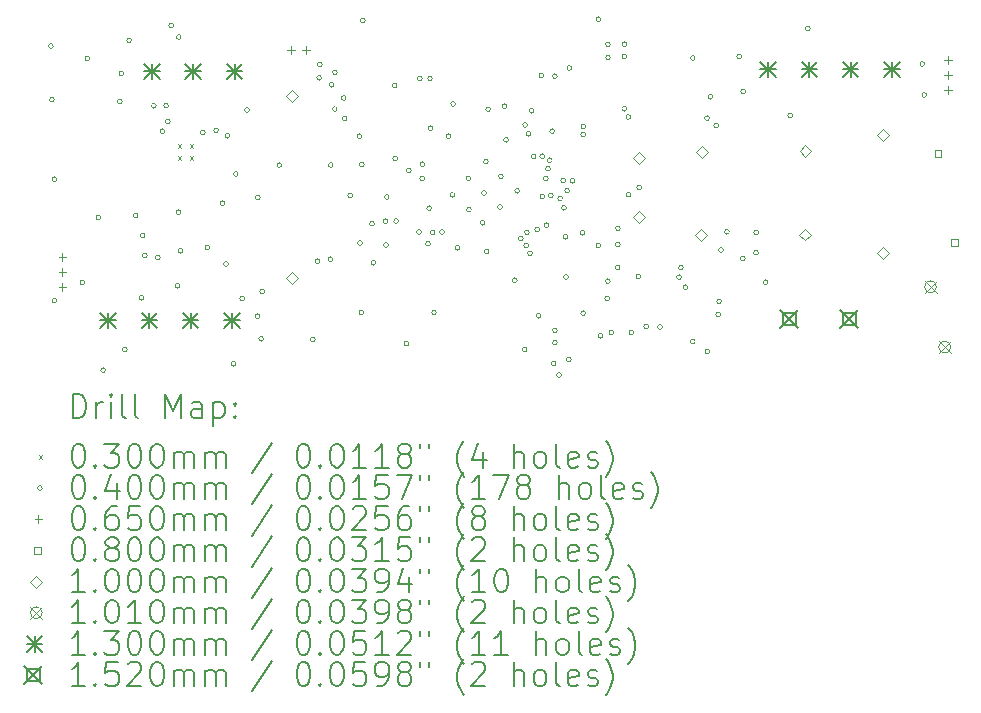
<source format=gbr>
%TF.GenerationSoftware,KiCad,Pcbnew,(6.0.9)*%
%TF.CreationDate,2022-11-26T17:41:11+01:00*%
%TF.ProjectId,LDAD_Junction_Box_79x31mm_AC220V,4c444144-5f4a-4756-9e63-74696f6e5f42,5.3*%
%TF.SameCoordinates,Original*%
%TF.FileFunction,Drillmap*%
%TF.FilePolarity,Positive*%
%FSLAX45Y45*%
G04 Gerber Fmt 4.5, Leading zero omitted, Abs format (unit mm)*
G04 Created by KiCad (PCBNEW (6.0.9)) date 2022-11-26 17:41:11*
%MOMM*%
%LPD*%
G01*
G04 APERTURE LIST*
%ADD10C,0.200000*%
%ADD11C,0.030000*%
%ADD12C,0.040000*%
%ADD13C,0.065000*%
%ADD14C,0.080000*%
%ADD15C,0.100000*%
%ADD16C,0.101000*%
%ADD17C,0.130000*%
%ADD18C,0.152000*%
G04 APERTURE END LIST*
D10*
D11*
X15513000Y-13340250D02*
X15543000Y-13370250D01*
X15543000Y-13340250D02*
X15513000Y-13370250D01*
X15513000Y-13440250D02*
X15543000Y-13470250D01*
X15543000Y-13440250D02*
X15513000Y-13470250D01*
X15613000Y-13340250D02*
X15643000Y-13370250D01*
X15643000Y-13340250D02*
X15613000Y-13370250D01*
X15613000Y-13440250D02*
X15643000Y-13470250D01*
X15643000Y-13440250D02*
X15613000Y-13470250D01*
D12*
X14457000Y-12507000D02*
G75*
G03*
X14457000Y-12507000I-20000J0D01*
G01*
X14466000Y-12962000D02*
G75*
G03*
X14466000Y-12962000I-20000J0D01*
G01*
X14486000Y-13634000D02*
G75*
G03*
X14486000Y-13634000I-20000J0D01*
G01*
X14487000Y-14663000D02*
G75*
G03*
X14487000Y-14663000I-20000J0D01*
G01*
X14724000Y-14510000D02*
G75*
G03*
X14724000Y-14510000I-20000J0D01*
G01*
X14766000Y-12614000D02*
G75*
G03*
X14766000Y-12614000I-20000J0D01*
G01*
X14859000Y-13958000D02*
G75*
G03*
X14859000Y-13958000I-20000J0D01*
G01*
X14900000Y-15251000D02*
G75*
G03*
X14900000Y-15251000I-20000J0D01*
G01*
X15041000Y-12977000D02*
G75*
G03*
X15041000Y-12977000I-20000J0D01*
G01*
X15054000Y-12739000D02*
G75*
G03*
X15054000Y-12739000I-20000J0D01*
G01*
X15084000Y-15077000D02*
G75*
G03*
X15084000Y-15077000I-20000J0D01*
G01*
X15119000Y-12459000D02*
G75*
G03*
X15119000Y-12459000I-20000J0D01*
G01*
X15175000Y-13943000D02*
G75*
G03*
X15175000Y-13943000I-20000J0D01*
G01*
X15224000Y-14639000D02*
G75*
G03*
X15224000Y-14639000I-20000J0D01*
G01*
X15234000Y-14111000D02*
G75*
G03*
X15234000Y-14111000I-20000J0D01*
G01*
X15253000Y-14282000D02*
G75*
G03*
X15253000Y-14282000I-20000J0D01*
G01*
X15329000Y-13013000D02*
G75*
G03*
X15329000Y-13013000I-20000J0D01*
G01*
X15363000Y-14297000D02*
G75*
G03*
X15363000Y-14297000I-20000J0D01*
G01*
X15402000Y-13229000D02*
G75*
G03*
X15402000Y-13229000I-20000J0D01*
G01*
X15433000Y-13012000D02*
G75*
G03*
X15433000Y-13012000I-20000J0D01*
G01*
X15447000Y-13147000D02*
G75*
G03*
X15447000Y-13147000I-20000J0D01*
G01*
X15475000Y-12333000D02*
G75*
G03*
X15475000Y-12333000I-20000J0D01*
G01*
X15529000Y-14536000D02*
G75*
G03*
X15529000Y-14536000I-20000J0D01*
G01*
X15537000Y-13914000D02*
G75*
G03*
X15537000Y-13914000I-20000J0D01*
G01*
X15540000Y-12431000D02*
G75*
G03*
X15540000Y-12431000I-20000J0D01*
G01*
X15554000Y-14242000D02*
G75*
G03*
X15554000Y-14242000I-20000J0D01*
G01*
X15744000Y-13238000D02*
G75*
G03*
X15744000Y-13238000I-20000J0D01*
G01*
X15783000Y-14212000D02*
G75*
G03*
X15783000Y-14212000I-20000J0D01*
G01*
X15856000Y-13220000D02*
G75*
G03*
X15856000Y-13220000I-20000J0D01*
G01*
X15909000Y-13837000D02*
G75*
G03*
X15909000Y-13837000I-20000J0D01*
G01*
X15939000Y-14353000D02*
G75*
G03*
X15939000Y-14353000I-20000J0D01*
G01*
X15951000Y-13267000D02*
G75*
G03*
X15951000Y-13267000I-20000J0D01*
G01*
X16003000Y-15197000D02*
G75*
G03*
X16003000Y-15197000I-20000J0D01*
G01*
X16023000Y-13591000D02*
G75*
G03*
X16023000Y-13591000I-20000J0D01*
G01*
X16077000Y-14644000D02*
G75*
G03*
X16077000Y-14644000I-20000J0D01*
G01*
X16117000Y-13048000D02*
G75*
G03*
X16117000Y-13048000I-20000J0D01*
G01*
X16207000Y-14794000D02*
G75*
G03*
X16207000Y-14794000I-20000J0D01*
G01*
X16210000Y-13790000D02*
G75*
G03*
X16210000Y-13790000I-20000J0D01*
G01*
X16237000Y-14986000D02*
G75*
G03*
X16237000Y-14986000I-20000J0D01*
G01*
X16247000Y-14584000D02*
G75*
G03*
X16247000Y-14584000I-20000J0D01*
G01*
X16391000Y-13515000D02*
G75*
G03*
X16391000Y-13515000I-20000J0D01*
G01*
X16674000Y-14991000D02*
G75*
G03*
X16674000Y-14991000I-20000J0D01*
G01*
X16715000Y-14328000D02*
G75*
G03*
X16715000Y-14328000I-20000J0D01*
G01*
X16728000Y-12776000D02*
G75*
G03*
X16728000Y-12776000I-20000J0D01*
G01*
X16734000Y-12662000D02*
G75*
G03*
X16734000Y-12662000I-20000J0D01*
G01*
X16823000Y-14312000D02*
G75*
G03*
X16823000Y-14312000I-20000J0D01*
G01*
X16827000Y-13515000D02*
G75*
G03*
X16827000Y-13515000I-20000J0D01*
G01*
X16835000Y-12836000D02*
G75*
G03*
X16835000Y-12836000I-20000J0D01*
G01*
X16861000Y-13041000D02*
G75*
G03*
X16861000Y-13041000I-20000J0D01*
G01*
X16862000Y-12729000D02*
G75*
G03*
X16862000Y-12729000I-20000J0D01*
G01*
X16935000Y-12947000D02*
G75*
G03*
X16935000Y-12947000I-20000J0D01*
G01*
X16945000Y-13122000D02*
G75*
G03*
X16945000Y-13122000I-20000J0D01*
G01*
X16992000Y-13773000D02*
G75*
G03*
X16992000Y-13773000I-20000J0D01*
G01*
X17069000Y-13271000D02*
G75*
G03*
X17069000Y-13271000I-20000J0D01*
G01*
X17074000Y-14175000D02*
G75*
G03*
X17074000Y-14175000I-20000J0D01*
G01*
X17086000Y-14762000D02*
G75*
G03*
X17086000Y-14762000I-20000J0D01*
G01*
X17089000Y-13511000D02*
G75*
G03*
X17089000Y-13511000I-20000J0D01*
G01*
X17099000Y-12290000D02*
G75*
G03*
X17099000Y-12290000I-20000J0D01*
G01*
X17176000Y-14011000D02*
G75*
G03*
X17176000Y-14011000I-20000J0D01*
G01*
X17187000Y-14342000D02*
G75*
G03*
X17187000Y-14342000I-20000J0D01*
G01*
X17290000Y-13989000D02*
G75*
G03*
X17290000Y-13989000I-20000J0D01*
G01*
X17295000Y-14192000D02*
G75*
G03*
X17295000Y-14192000I-20000J0D01*
G01*
X17301000Y-13785000D02*
G75*
G03*
X17301000Y-13785000I-20000J0D01*
G01*
X17367000Y-12841000D02*
G75*
G03*
X17367000Y-12841000I-20000J0D01*
G01*
X17372000Y-13460000D02*
G75*
G03*
X17372000Y-13460000I-20000J0D01*
G01*
X17380500Y-13989500D02*
G75*
G03*
X17380500Y-13989500I-20000J0D01*
G01*
X17468000Y-15026000D02*
G75*
G03*
X17468000Y-15026000I-20000J0D01*
G01*
X17488000Y-13560000D02*
G75*
G03*
X17488000Y-13560000I-20000J0D01*
G01*
X17574000Y-14083000D02*
G75*
G03*
X17574000Y-14083000I-20000J0D01*
G01*
X17581000Y-12783000D02*
G75*
G03*
X17581000Y-12783000I-20000J0D01*
G01*
X17601000Y-13628000D02*
G75*
G03*
X17601000Y-13628000I-20000J0D01*
G01*
X17602000Y-13507000D02*
G75*
G03*
X17602000Y-13507000I-20000J0D01*
G01*
X17650000Y-14181000D02*
G75*
G03*
X17650000Y-14181000I-20000J0D01*
G01*
X17660000Y-13880000D02*
G75*
G03*
X17660000Y-13880000I-20000J0D01*
G01*
X17667000Y-12782000D02*
G75*
G03*
X17667000Y-12782000I-20000J0D01*
G01*
X17671000Y-13203000D02*
G75*
G03*
X17671000Y-13203000I-20000J0D01*
G01*
X17689000Y-14086000D02*
G75*
G03*
X17689000Y-14086000I-20000J0D01*
G01*
X17701000Y-14763000D02*
G75*
G03*
X17701000Y-14763000I-20000J0D01*
G01*
X17769000Y-14083000D02*
G75*
G03*
X17769000Y-14083000I-20000J0D01*
G01*
X17823000Y-13270000D02*
G75*
G03*
X17823000Y-13270000I-20000J0D01*
G01*
X17857000Y-13768000D02*
G75*
G03*
X17857000Y-13768000I-20000J0D01*
G01*
X17863000Y-12997000D02*
G75*
G03*
X17863000Y-12997000I-20000J0D01*
G01*
X17899000Y-14215000D02*
G75*
G03*
X17899000Y-14215000I-20000J0D01*
G01*
X17993000Y-13628000D02*
G75*
G03*
X17993000Y-13628000I-20000J0D01*
G01*
X17997000Y-13893000D02*
G75*
G03*
X17997000Y-13893000I-20000J0D01*
G01*
X18113000Y-14003000D02*
G75*
G03*
X18113000Y-14003000I-20000J0D01*
G01*
X18124000Y-13751000D02*
G75*
G03*
X18124000Y-13751000I-20000J0D01*
G01*
X18141000Y-13486000D02*
G75*
G03*
X18141000Y-13486000I-20000J0D01*
G01*
X18146000Y-14246000D02*
G75*
G03*
X18146000Y-14246000I-20000J0D01*
G01*
X18159000Y-13042000D02*
G75*
G03*
X18159000Y-13042000I-20000J0D01*
G01*
X18259000Y-13871000D02*
G75*
G03*
X18259000Y-13871000I-20000J0D01*
G01*
X18268000Y-13611000D02*
G75*
G03*
X18268000Y-13611000I-20000J0D01*
G01*
X18298000Y-13015000D02*
G75*
G03*
X18298000Y-13015000I-20000J0D01*
G01*
X18311000Y-13301000D02*
G75*
G03*
X18311000Y-13301000I-20000J0D01*
G01*
X18385000Y-14490000D02*
G75*
G03*
X18385000Y-14490000I-20000J0D01*
G01*
X18405000Y-13733000D02*
G75*
G03*
X18405000Y-13733000I-20000J0D01*
G01*
X18436000Y-14137000D02*
G75*
G03*
X18436000Y-14137000I-20000J0D01*
G01*
X18468000Y-15076000D02*
G75*
G03*
X18468000Y-15076000I-20000J0D01*
G01*
X18473000Y-13175000D02*
G75*
G03*
X18473000Y-13175000I-20000J0D01*
G01*
X18482000Y-14197000D02*
G75*
G03*
X18482000Y-14197000I-20000J0D01*
G01*
X18488000Y-14085000D02*
G75*
G03*
X18488000Y-14085000I-20000J0D01*
G01*
X18500000Y-13251000D02*
G75*
G03*
X18500000Y-13251000I-20000J0D01*
G01*
X18514000Y-14261000D02*
G75*
G03*
X18514000Y-14261000I-20000J0D01*
G01*
X18529000Y-13056000D02*
G75*
G03*
X18529000Y-13056000I-20000J0D01*
G01*
X18544000Y-13443000D02*
G75*
G03*
X18544000Y-13443000I-20000J0D01*
G01*
X18575000Y-14061000D02*
G75*
G03*
X18575000Y-14061000I-20000J0D01*
G01*
X18588000Y-14791000D02*
G75*
G03*
X18588000Y-14791000I-20000J0D01*
G01*
X18610000Y-12757000D02*
G75*
G03*
X18610000Y-12757000I-20000J0D01*
G01*
X18617000Y-13440000D02*
G75*
G03*
X18617000Y-13440000I-20000J0D01*
G01*
X18619000Y-13780000D02*
G75*
G03*
X18619000Y-13780000I-20000J0D01*
G01*
X18647000Y-13627000D02*
G75*
G03*
X18647000Y-13627000I-20000J0D01*
G01*
X18655000Y-14023000D02*
G75*
G03*
X18655000Y-14023000I-20000J0D01*
G01*
X18666000Y-13546000D02*
G75*
G03*
X18666000Y-13546000I-20000J0D01*
G01*
X18681000Y-13474000D02*
G75*
G03*
X18681000Y-13474000I-20000J0D01*
G01*
X18690000Y-13774000D02*
G75*
G03*
X18690000Y-13774000I-20000J0D01*
G01*
X18701000Y-13228000D02*
G75*
G03*
X18701000Y-13228000I-20000J0D01*
G01*
X18714000Y-15195000D02*
G75*
G03*
X18714000Y-15195000I-20000J0D01*
G01*
X18724000Y-12762000D02*
G75*
G03*
X18724000Y-12762000I-20000J0D01*
G01*
X18725000Y-14914000D02*
G75*
G03*
X18725000Y-14914000I-20000J0D01*
G01*
X18725000Y-15018000D02*
G75*
G03*
X18725000Y-15018000I-20000J0D01*
G01*
X18759000Y-15292000D02*
G75*
G03*
X18759000Y-15292000I-20000J0D01*
G01*
X18769000Y-13796000D02*
G75*
G03*
X18769000Y-13796000I-20000J0D01*
G01*
X18796000Y-13646000D02*
G75*
G03*
X18796000Y-13646000I-20000J0D01*
G01*
X18801000Y-13877000D02*
G75*
G03*
X18801000Y-13877000I-20000J0D01*
G01*
X18814000Y-14123000D02*
G75*
G03*
X18814000Y-14123000I-20000J0D01*
G01*
X18819000Y-14462000D02*
G75*
G03*
X18819000Y-14462000I-20000J0D01*
G01*
X18828000Y-13732000D02*
G75*
G03*
X18828000Y-13732000I-20000J0D01*
G01*
X18841000Y-15161000D02*
G75*
G03*
X18841000Y-15161000I-20000J0D01*
G01*
X18848000Y-12693000D02*
G75*
G03*
X18848000Y-12693000I-20000J0D01*
G01*
X18873000Y-13647000D02*
G75*
G03*
X18873000Y-13647000I-20000J0D01*
G01*
X18959000Y-14089000D02*
G75*
G03*
X18959000Y-14089000I-20000J0D01*
G01*
X18964000Y-13257000D02*
G75*
G03*
X18964000Y-13257000I-20000J0D01*
G01*
X18964000Y-14769000D02*
G75*
G03*
X18964000Y-14769000I-20000J0D01*
G01*
X18966000Y-13189000D02*
G75*
G03*
X18966000Y-13189000I-20000J0D01*
G01*
X19092000Y-12280000D02*
G75*
G03*
X19092000Y-12280000I-20000J0D01*
G01*
X19093000Y-14197000D02*
G75*
G03*
X19093000Y-14197000I-20000J0D01*
G01*
X19110000Y-14961000D02*
G75*
G03*
X19110000Y-14961000I-20000J0D01*
G01*
X19168000Y-14646000D02*
G75*
G03*
X19168000Y-14646000I-20000J0D01*
G01*
X19173000Y-14498000D02*
G75*
G03*
X19173000Y-14498000I-20000J0D01*
G01*
X19174000Y-12493000D02*
G75*
G03*
X19174000Y-12493000I-20000J0D01*
G01*
X19174000Y-12604000D02*
G75*
G03*
X19174000Y-12604000I-20000J0D01*
G01*
X19203000Y-14933000D02*
G75*
G03*
X19203000Y-14933000I-20000J0D01*
G01*
X19255000Y-14383000D02*
G75*
G03*
X19255000Y-14383000I-20000J0D01*
G01*
X19256500Y-14186500D02*
G75*
G03*
X19256500Y-14186500I-20000J0D01*
G01*
X19258000Y-14050000D02*
G75*
G03*
X19258000Y-14050000I-20000J0D01*
G01*
X19312000Y-13038000D02*
G75*
G03*
X19312000Y-13038000I-20000J0D01*
G01*
X19313000Y-12492000D02*
G75*
G03*
X19313000Y-12492000I-20000J0D01*
G01*
X19313000Y-12596000D02*
G75*
G03*
X19313000Y-12596000I-20000J0D01*
G01*
X19346000Y-13108000D02*
G75*
G03*
X19346000Y-13108000I-20000J0D01*
G01*
X19348000Y-13765000D02*
G75*
G03*
X19348000Y-13765000I-20000J0D01*
G01*
X19372000Y-14931000D02*
G75*
G03*
X19372000Y-14931000I-20000J0D01*
G01*
X19432000Y-14459000D02*
G75*
G03*
X19432000Y-14459000I-20000J0D01*
G01*
X19438000Y-13704000D02*
G75*
G03*
X19438000Y-13704000I-20000J0D01*
G01*
X19498000Y-14883000D02*
G75*
G03*
X19498000Y-14883000I-20000J0D01*
G01*
X19615000Y-14885000D02*
G75*
G03*
X19615000Y-14885000I-20000J0D01*
G01*
X19776000Y-14464000D02*
G75*
G03*
X19776000Y-14464000I-20000J0D01*
G01*
X19792000Y-14383000D02*
G75*
G03*
X19792000Y-14383000I-20000J0D01*
G01*
X19829000Y-14549000D02*
G75*
G03*
X19829000Y-14549000I-20000J0D01*
G01*
X19891000Y-15008000D02*
G75*
G03*
X19891000Y-15008000I-20000J0D01*
G01*
X19892000Y-12609000D02*
G75*
G03*
X19892000Y-12609000I-20000J0D01*
G01*
X20013000Y-13118000D02*
G75*
G03*
X20013000Y-13118000I-20000J0D01*
G01*
X20016000Y-15092000D02*
G75*
G03*
X20016000Y-15092000I-20000J0D01*
G01*
X20041000Y-12936000D02*
G75*
G03*
X20041000Y-12936000I-20000J0D01*
G01*
X20091000Y-13179000D02*
G75*
G03*
X20091000Y-13179000I-20000J0D01*
G01*
X20107000Y-14782000D02*
G75*
G03*
X20107000Y-14782000I-20000J0D01*
G01*
X20115000Y-14668000D02*
G75*
G03*
X20115000Y-14668000I-20000J0D01*
G01*
X20132000Y-14234000D02*
G75*
G03*
X20132000Y-14234000I-20000J0D01*
G01*
X20181000Y-14080000D02*
G75*
G03*
X20181000Y-14080000I-20000J0D01*
G01*
X20284500Y-12596500D02*
G75*
G03*
X20284500Y-12596500I-20000J0D01*
G01*
X20315000Y-14305000D02*
G75*
G03*
X20315000Y-14305000I-20000J0D01*
G01*
X20319000Y-12893000D02*
G75*
G03*
X20319000Y-12893000I-20000J0D01*
G01*
X20427000Y-14257000D02*
G75*
G03*
X20427000Y-14257000I-20000J0D01*
G01*
X20429000Y-14084000D02*
G75*
G03*
X20429000Y-14084000I-20000J0D01*
G01*
X20509000Y-14507000D02*
G75*
G03*
X20509000Y-14507000I-20000J0D01*
G01*
X20717000Y-13094000D02*
G75*
G03*
X20717000Y-13094000I-20000J0D01*
G01*
X20866000Y-12358000D02*
G75*
G03*
X20866000Y-12358000I-20000J0D01*
G01*
X21835000Y-12659000D02*
G75*
G03*
X21835000Y-12659000I-20000J0D01*
G01*
X21852000Y-12921000D02*
G75*
G03*
X21852000Y-12921000I-20000J0D01*
G01*
D13*
X14535000Y-14263000D02*
X14535000Y-14328000D01*
X14502500Y-14295500D02*
X14567500Y-14295500D01*
X14535000Y-14390000D02*
X14535000Y-14455000D01*
X14502500Y-14422500D02*
X14567500Y-14422500D01*
X14535000Y-14517000D02*
X14535000Y-14582000D01*
X14502500Y-14549500D02*
X14567500Y-14549500D01*
X16472000Y-12507500D02*
X16472000Y-12572500D01*
X16439500Y-12540000D02*
X16504500Y-12540000D01*
X16599000Y-12507500D02*
X16599000Y-12572500D01*
X16566500Y-12540000D02*
X16631500Y-12540000D01*
X22033000Y-12593500D02*
X22033000Y-12658500D01*
X22000500Y-12626000D02*
X22065500Y-12626000D01*
X22033000Y-12720500D02*
X22033000Y-12785500D01*
X22000500Y-12753000D02*
X22065500Y-12753000D01*
X22033000Y-12847500D02*
X22033000Y-12912500D01*
X22000500Y-12880000D02*
X22065500Y-12880000D01*
D14*
X21975285Y-13446284D02*
X21975285Y-13389715D01*
X21918716Y-13389715D01*
X21918716Y-13446284D01*
X21975285Y-13446284D01*
X22115285Y-14196284D02*
X22115285Y-14139715D01*
X22058716Y-14139715D01*
X22058716Y-14196284D01*
X22115285Y-14196284D01*
D15*
X16477000Y-12982000D02*
X16527000Y-12932000D01*
X16477000Y-12882000D01*
X16427000Y-12932000D01*
X16477000Y-12982000D01*
X16477000Y-14522000D02*
X16527000Y-14472000D01*
X16477000Y-14422000D01*
X16427000Y-14472000D01*
X16477000Y-14522000D01*
X19417000Y-13502000D02*
X19467000Y-13452000D01*
X19417000Y-13402000D01*
X19367000Y-13452000D01*
X19417000Y-13502000D01*
X19417000Y-14002000D02*
X19467000Y-13952000D01*
X19417000Y-13902000D01*
X19367000Y-13952000D01*
X19417000Y-14002000D01*
X19943500Y-14158000D02*
X19993500Y-14108000D01*
X19943500Y-14058000D01*
X19893500Y-14108000D01*
X19943500Y-14158000D01*
X19951250Y-13453250D02*
X20001250Y-13403250D01*
X19951250Y-13353250D01*
X19901250Y-13403250D01*
X19951250Y-13453250D01*
X20819000Y-14153000D02*
X20869000Y-14103000D01*
X20819000Y-14053000D01*
X20769000Y-14103000D01*
X20819000Y-14153000D01*
X20826250Y-13446250D02*
X20876250Y-13396250D01*
X20826250Y-13346250D01*
X20776250Y-13396250D01*
X20826250Y-13446250D01*
X21485000Y-13310000D02*
X21535000Y-13260000D01*
X21485000Y-13210000D01*
X21435000Y-13260000D01*
X21485000Y-13310000D01*
X21485000Y-14310000D02*
X21535000Y-14260000D01*
X21485000Y-14210000D01*
X21435000Y-14260000D01*
X21485000Y-14310000D01*
D16*
X21834500Y-14495500D02*
X21935500Y-14596500D01*
X21935500Y-14495500D02*
X21834500Y-14596500D01*
X21935500Y-14546000D02*
G75*
G03*
X21935500Y-14546000I-50500J0D01*
G01*
X21954500Y-15005500D02*
X22055500Y-15106500D01*
X22055500Y-15005500D02*
X21954500Y-15106500D01*
X22055500Y-15056000D02*
G75*
G03*
X22055500Y-15056000I-50500J0D01*
G01*
D17*
X14856000Y-14764500D02*
X14986000Y-14894500D01*
X14986000Y-14764500D02*
X14856000Y-14894500D01*
X14921000Y-14764500D02*
X14921000Y-14894500D01*
X14856000Y-14829500D02*
X14986000Y-14829500D01*
X15206000Y-14764500D02*
X15336000Y-14894500D01*
X15336000Y-14764500D02*
X15206000Y-14894500D01*
X15271000Y-14764500D02*
X15271000Y-14894500D01*
X15206000Y-14829500D02*
X15336000Y-14829500D01*
X15227000Y-12656500D02*
X15357000Y-12786500D01*
X15357000Y-12656500D02*
X15227000Y-12786500D01*
X15292000Y-12656500D02*
X15292000Y-12786500D01*
X15227000Y-12721500D02*
X15357000Y-12721500D01*
X15556000Y-14764500D02*
X15686000Y-14894500D01*
X15686000Y-14764500D02*
X15556000Y-14894500D01*
X15621000Y-14764500D02*
X15621000Y-14894500D01*
X15556000Y-14829500D02*
X15686000Y-14829500D01*
X15577000Y-12656500D02*
X15707000Y-12786500D01*
X15707000Y-12656500D02*
X15577000Y-12786500D01*
X15642000Y-12656500D02*
X15642000Y-12786500D01*
X15577000Y-12721500D02*
X15707000Y-12721500D01*
X15906000Y-14764500D02*
X16036000Y-14894500D01*
X16036000Y-14764500D02*
X15906000Y-14894500D01*
X15971000Y-14764500D02*
X15971000Y-14894500D01*
X15906000Y-14829500D02*
X16036000Y-14829500D01*
X15927000Y-12656500D02*
X16057000Y-12786500D01*
X16057000Y-12656500D02*
X15927000Y-12786500D01*
X15992000Y-12656500D02*
X15992000Y-12786500D01*
X15927000Y-12721500D02*
X16057000Y-12721500D01*
X20444000Y-12640500D02*
X20574000Y-12770500D01*
X20574000Y-12640500D02*
X20444000Y-12770500D01*
X20509000Y-12640500D02*
X20509000Y-12770500D01*
X20444000Y-12705500D02*
X20574000Y-12705500D01*
X20794000Y-12640500D02*
X20924000Y-12770500D01*
X20924000Y-12640500D02*
X20794000Y-12770500D01*
X20859000Y-12640500D02*
X20859000Y-12770500D01*
X20794000Y-12705500D02*
X20924000Y-12705500D01*
X21144000Y-12640500D02*
X21274000Y-12770500D01*
X21274000Y-12640500D02*
X21144000Y-12770500D01*
X21209000Y-12640500D02*
X21209000Y-12770500D01*
X21144000Y-12705500D02*
X21274000Y-12705500D01*
X21494000Y-12640500D02*
X21624000Y-12770500D01*
X21624000Y-12640500D02*
X21494000Y-12770500D01*
X21559000Y-12640500D02*
X21559000Y-12770500D01*
X21494000Y-12705500D02*
X21624000Y-12705500D01*
D18*
X20614000Y-14742000D02*
X20766000Y-14894000D01*
X20766000Y-14742000D02*
X20614000Y-14894000D01*
X20743741Y-14871741D02*
X20743741Y-14764259D01*
X20636259Y-14764259D01*
X20636259Y-14871741D01*
X20743741Y-14871741D01*
X21122000Y-14742000D02*
X21274000Y-14894000D01*
X21274000Y-14742000D02*
X21122000Y-14894000D01*
X21251741Y-14871741D02*
X21251741Y-14764259D01*
X21144259Y-14764259D01*
X21144259Y-14871741D01*
X21251741Y-14871741D01*
D10*
X14621619Y-15655976D02*
X14621619Y-15455976D01*
X14669238Y-15455976D01*
X14697809Y-15465500D01*
X14716857Y-15484548D01*
X14726381Y-15503595D01*
X14735905Y-15541690D01*
X14735905Y-15570262D01*
X14726381Y-15608357D01*
X14716857Y-15627405D01*
X14697809Y-15646452D01*
X14669238Y-15655976D01*
X14621619Y-15655976D01*
X14821619Y-15655976D02*
X14821619Y-15522643D01*
X14821619Y-15560738D02*
X14831143Y-15541690D01*
X14840667Y-15532167D01*
X14859714Y-15522643D01*
X14878762Y-15522643D01*
X14945428Y-15655976D02*
X14945428Y-15522643D01*
X14945428Y-15455976D02*
X14935905Y-15465500D01*
X14945428Y-15475024D01*
X14954952Y-15465500D01*
X14945428Y-15455976D01*
X14945428Y-15475024D01*
X15069238Y-15655976D02*
X15050190Y-15646452D01*
X15040667Y-15627405D01*
X15040667Y-15455976D01*
X15174000Y-15655976D02*
X15154952Y-15646452D01*
X15145428Y-15627405D01*
X15145428Y-15455976D01*
X15402571Y-15655976D02*
X15402571Y-15455976D01*
X15469238Y-15598833D01*
X15535905Y-15455976D01*
X15535905Y-15655976D01*
X15716857Y-15655976D02*
X15716857Y-15551214D01*
X15707333Y-15532167D01*
X15688286Y-15522643D01*
X15650190Y-15522643D01*
X15631143Y-15532167D01*
X15716857Y-15646452D02*
X15697809Y-15655976D01*
X15650190Y-15655976D01*
X15631143Y-15646452D01*
X15621619Y-15627405D01*
X15621619Y-15608357D01*
X15631143Y-15589309D01*
X15650190Y-15579786D01*
X15697809Y-15579786D01*
X15716857Y-15570262D01*
X15812095Y-15522643D02*
X15812095Y-15722643D01*
X15812095Y-15532167D02*
X15831143Y-15522643D01*
X15869238Y-15522643D01*
X15888286Y-15532167D01*
X15897809Y-15541690D01*
X15907333Y-15560738D01*
X15907333Y-15617881D01*
X15897809Y-15636928D01*
X15888286Y-15646452D01*
X15869238Y-15655976D01*
X15831143Y-15655976D01*
X15812095Y-15646452D01*
X15993048Y-15636928D02*
X16002571Y-15646452D01*
X15993048Y-15655976D01*
X15983524Y-15646452D01*
X15993048Y-15636928D01*
X15993048Y-15655976D01*
X15993048Y-15532167D02*
X16002571Y-15541690D01*
X15993048Y-15551214D01*
X15983524Y-15541690D01*
X15993048Y-15532167D01*
X15993048Y-15551214D01*
D11*
X14334000Y-15970500D02*
X14364000Y-16000500D01*
X14364000Y-15970500D02*
X14334000Y-16000500D01*
D10*
X14659714Y-15875976D02*
X14678762Y-15875976D01*
X14697809Y-15885500D01*
X14707333Y-15895024D01*
X14716857Y-15914071D01*
X14726381Y-15952167D01*
X14726381Y-15999786D01*
X14716857Y-16037881D01*
X14707333Y-16056928D01*
X14697809Y-16066452D01*
X14678762Y-16075976D01*
X14659714Y-16075976D01*
X14640667Y-16066452D01*
X14631143Y-16056928D01*
X14621619Y-16037881D01*
X14612095Y-15999786D01*
X14612095Y-15952167D01*
X14621619Y-15914071D01*
X14631143Y-15895024D01*
X14640667Y-15885500D01*
X14659714Y-15875976D01*
X14812095Y-16056928D02*
X14821619Y-16066452D01*
X14812095Y-16075976D01*
X14802571Y-16066452D01*
X14812095Y-16056928D01*
X14812095Y-16075976D01*
X14888286Y-15875976D02*
X15012095Y-15875976D01*
X14945428Y-15952167D01*
X14974000Y-15952167D01*
X14993048Y-15961690D01*
X15002571Y-15971214D01*
X15012095Y-15990262D01*
X15012095Y-16037881D01*
X15002571Y-16056928D01*
X14993048Y-16066452D01*
X14974000Y-16075976D01*
X14916857Y-16075976D01*
X14897809Y-16066452D01*
X14888286Y-16056928D01*
X15135905Y-15875976D02*
X15154952Y-15875976D01*
X15174000Y-15885500D01*
X15183524Y-15895024D01*
X15193048Y-15914071D01*
X15202571Y-15952167D01*
X15202571Y-15999786D01*
X15193048Y-16037881D01*
X15183524Y-16056928D01*
X15174000Y-16066452D01*
X15154952Y-16075976D01*
X15135905Y-16075976D01*
X15116857Y-16066452D01*
X15107333Y-16056928D01*
X15097809Y-16037881D01*
X15088286Y-15999786D01*
X15088286Y-15952167D01*
X15097809Y-15914071D01*
X15107333Y-15895024D01*
X15116857Y-15885500D01*
X15135905Y-15875976D01*
X15326381Y-15875976D02*
X15345428Y-15875976D01*
X15364476Y-15885500D01*
X15374000Y-15895024D01*
X15383524Y-15914071D01*
X15393048Y-15952167D01*
X15393048Y-15999786D01*
X15383524Y-16037881D01*
X15374000Y-16056928D01*
X15364476Y-16066452D01*
X15345428Y-16075976D01*
X15326381Y-16075976D01*
X15307333Y-16066452D01*
X15297809Y-16056928D01*
X15288286Y-16037881D01*
X15278762Y-15999786D01*
X15278762Y-15952167D01*
X15288286Y-15914071D01*
X15297809Y-15895024D01*
X15307333Y-15885500D01*
X15326381Y-15875976D01*
X15478762Y-16075976D02*
X15478762Y-15942643D01*
X15478762Y-15961690D02*
X15488286Y-15952167D01*
X15507333Y-15942643D01*
X15535905Y-15942643D01*
X15554952Y-15952167D01*
X15564476Y-15971214D01*
X15564476Y-16075976D01*
X15564476Y-15971214D02*
X15574000Y-15952167D01*
X15593048Y-15942643D01*
X15621619Y-15942643D01*
X15640667Y-15952167D01*
X15650190Y-15971214D01*
X15650190Y-16075976D01*
X15745428Y-16075976D02*
X15745428Y-15942643D01*
X15745428Y-15961690D02*
X15754952Y-15952167D01*
X15774000Y-15942643D01*
X15802571Y-15942643D01*
X15821619Y-15952167D01*
X15831143Y-15971214D01*
X15831143Y-16075976D01*
X15831143Y-15971214D02*
X15840667Y-15952167D01*
X15859714Y-15942643D01*
X15888286Y-15942643D01*
X15907333Y-15952167D01*
X15916857Y-15971214D01*
X15916857Y-16075976D01*
X16307333Y-15866452D02*
X16135905Y-16123595D01*
X16564476Y-15875976D02*
X16583524Y-15875976D01*
X16602571Y-15885500D01*
X16612095Y-15895024D01*
X16621619Y-15914071D01*
X16631143Y-15952167D01*
X16631143Y-15999786D01*
X16621619Y-16037881D01*
X16612095Y-16056928D01*
X16602571Y-16066452D01*
X16583524Y-16075976D01*
X16564476Y-16075976D01*
X16545428Y-16066452D01*
X16535905Y-16056928D01*
X16526381Y-16037881D01*
X16516857Y-15999786D01*
X16516857Y-15952167D01*
X16526381Y-15914071D01*
X16535905Y-15895024D01*
X16545428Y-15885500D01*
X16564476Y-15875976D01*
X16716857Y-16056928D02*
X16726381Y-16066452D01*
X16716857Y-16075976D01*
X16707333Y-16066452D01*
X16716857Y-16056928D01*
X16716857Y-16075976D01*
X16850190Y-15875976D02*
X16869238Y-15875976D01*
X16888286Y-15885500D01*
X16897810Y-15895024D01*
X16907333Y-15914071D01*
X16916857Y-15952167D01*
X16916857Y-15999786D01*
X16907333Y-16037881D01*
X16897810Y-16056928D01*
X16888286Y-16066452D01*
X16869238Y-16075976D01*
X16850190Y-16075976D01*
X16831143Y-16066452D01*
X16821619Y-16056928D01*
X16812095Y-16037881D01*
X16802571Y-15999786D01*
X16802571Y-15952167D01*
X16812095Y-15914071D01*
X16821619Y-15895024D01*
X16831143Y-15885500D01*
X16850190Y-15875976D01*
X17107333Y-16075976D02*
X16993048Y-16075976D01*
X17050190Y-16075976D02*
X17050190Y-15875976D01*
X17031143Y-15904548D01*
X17012095Y-15923595D01*
X16993048Y-15933119D01*
X17297810Y-16075976D02*
X17183524Y-16075976D01*
X17240667Y-16075976D02*
X17240667Y-15875976D01*
X17221619Y-15904548D01*
X17202571Y-15923595D01*
X17183524Y-15933119D01*
X17412095Y-15961690D02*
X17393048Y-15952167D01*
X17383524Y-15942643D01*
X17374000Y-15923595D01*
X17374000Y-15914071D01*
X17383524Y-15895024D01*
X17393048Y-15885500D01*
X17412095Y-15875976D01*
X17450190Y-15875976D01*
X17469238Y-15885500D01*
X17478762Y-15895024D01*
X17488286Y-15914071D01*
X17488286Y-15923595D01*
X17478762Y-15942643D01*
X17469238Y-15952167D01*
X17450190Y-15961690D01*
X17412095Y-15961690D01*
X17393048Y-15971214D01*
X17383524Y-15980738D01*
X17374000Y-15999786D01*
X17374000Y-16037881D01*
X17383524Y-16056928D01*
X17393048Y-16066452D01*
X17412095Y-16075976D01*
X17450190Y-16075976D01*
X17469238Y-16066452D01*
X17478762Y-16056928D01*
X17488286Y-16037881D01*
X17488286Y-15999786D01*
X17478762Y-15980738D01*
X17469238Y-15971214D01*
X17450190Y-15961690D01*
X17564476Y-15875976D02*
X17564476Y-15914071D01*
X17640667Y-15875976D02*
X17640667Y-15914071D01*
X17935905Y-16152167D02*
X17926381Y-16142643D01*
X17907333Y-16114071D01*
X17897810Y-16095024D01*
X17888286Y-16066452D01*
X17878762Y-16018833D01*
X17878762Y-15980738D01*
X17888286Y-15933119D01*
X17897810Y-15904548D01*
X17907333Y-15885500D01*
X17926381Y-15856928D01*
X17935905Y-15847405D01*
X18097810Y-15942643D02*
X18097810Y-16075976D01*
X18050190Y-15866452D02*
X18002571Y-16009309D01*
X18126381Y-16009309D01*
X18354952Y-16075976D02*
X18354952Y-15875976D01*
X18440667Y-16075976D02*
X18440667Y-15971214D01*
X18431143Y-15952167D01*
X18412095Y-15942643D01*
X18383524Y-15942643D01*
X18364476Y-15952167D01*
X18354952Y-15961690D01*
X18564476Y-16075976D02*
X18545429Y-16066452D01*
X18535905Y-16056928D01*
X18526381Y-16037881D01*
X18526381Y-15980738D01*
X18535905Y-15961690D01*
X18545429Y-15952167D01*
X18564476Y-15942643D01*
X18593048Y-15942643D01*
X18612095Y-15952167D01*
X18621619Y-15961690D01*
X18631143Y-15980738D01*
X18631143Y-16037881D01*
X18621619Y-16056928D01*
X18612095Y-16066452D01*
X18593048Y-16075976D01*
X18564476Y-16075976D01*
X18745429Y-16075976D02*
X18726381Y-16066452D01*
X18716857Y-16047405D01*
X18716857Y-15875976D01*
X18897810Y-16066452D02*
X18878762Y-16075976D01*
X18840667Y-16075976D01*
X18821619Y-16066452D01*
X18812095Y-16047405D01*
X18812095Y-15971214D01*
X18821619Y-15952167D01*
X18840667Y-15942643D01*
X18878762Y-15942643D01*
X18897810Y-15952167D01*
X18907333Y-15971214D01*
X18907333Y-15990262D01*
X18812095Y-16009309D01*
X18983524Y-16066452D02*
X19002571Y-16075976D01*
X19040667Y-16075976D01*
X19059714Y-16066452D01*
X19069238Y-16047405D01*
X19069238Y-16037881D01*
X19059714Y-16018833D01*
X19040667Y-16009309D01*
X19012095Y-16009309D01*
X18993048Y-15999786D01*
X18983524Y-15980738D01*
X18983524Y-15971214D01*
X18993048Y-15952167D01*
X19012095Y-15942643D01*
X19040667Y-15942643D01*
X19059714Y-15952167D01*
X19135905Y-16152167D02*
X19145429Y-16142643D01*
X19164476Y-16114071D01*
X19174000Y-16095024D01*
X19183524Y-16066452D01*
X19193048Y-16018833D01*
X19193048Y-15980738D01*
X19183524Y-15933119D01*
X19174000Y-15904548D01*
X19164476Y-15885500D01*
X19145429Y-15856928D01*
X19135905Y-15847405D01*
D12*
X14364000Y-16249500D02*
G75*
G03*
X14364000Y-16249500I-20000J0D01*
G01*
D10*
X14659714Y-16139976D02*
X14678762Y-16139976D01*
X14697809Y-16149500D01*
X14707333Y-16159024D01*
X14716857Y-16178071D01*
X14726381Y-16216167D01*
X14726381Y-16263786D01*
X14716857Y-16301881D01*
X14707333Y-16320928D01*
X14697809Y-16330452D01*
X14678762Y-16339976D01*
X14659714Y-16339976D01*
X14640667Y-16330452D01*
X14631143Y-16320928D01*
X14621619Y-16301881D01*
X14612095Y-16263786D01*
X14612095Y-16216167D01*
X14621619Y-16178071D01*
X14631143Y-16159024D01*
X14640667Y-16149500D01*
X14659714Y-16139976D01*
X14812095Y-16320928D02*
X14821619Y-16330452D01*
X14812095Y-16339976D01*
X14802571Y-16330452D01*
X14812095Y-16320928D01*
X14812095Y-16339976D01*
X14993048Y-16206643D02*
X14993048Y-16339976D01*
X14945428Y-16130452D02*
X14897809Y-16273309D01*
X15021619Y-16273309D01*
X15135905Y-16139976D02*
X15154952Y-16139976D01*
X15174000Y-16149500D01*
X15183524Y-16159024D01*
X15193048Y-16178071D01*
X15202571Y-16216167D01*
X15202571Y-16263786D01*
X15193048Y-16301881D01*
X15183524Y-16320928D01*
X15174000Y-16330452D01*
X15154952Y-16339976D01*
X15135905Y-16339976D01*
X15116857Y-16330452D01*
X15107333Y-16320928D01*
X15097809Y-16301881D01*
X15088286Y-16263786D01*
X15088286Y-16216167D01*
X15097809Y-16178071D01*
X15107333Y-16159024D01*
X15116857Y-16149500D01*
X15135905Y-16139976D01*
X15326381Y-16139976D02*
X15345428Y-16139976D01*
X15364476Y-16149500D01*
X15374000Y-16159024D01*
X15383524Y-16178071D01*
X15393048Y-16216167D01*
X15393048Y-16263786D01*
X15383524Y-16301881D01*
X15374000Y-16320928D01*
X15364476Y-16330452D01*
X15345428Y-16339976D01*
X15326381Y-16339976D01*
X15307333Y-16330452D01*
X15297809Y-16320928D01*
X15288286Y-16301881D01*
X15278762Y-16263786D01*
X15278762Y-16216167D01*
X15288286Y-16178071D01*
X15297809Y-16159024D01*
X15307333Y-16149500D01*
X15326381Y-16139976D01*
X15478762Y-16339976D02*
X15478762Y-16206643D01*
X15478762Y-16225690D02*
X15488286Y-16216167D01*
X15507333Y-16206643D01*
X15535905Y-16206643D01*
X15554952Y-16216167D01*
X15564476Y-16235214D01*
X15564476Y-16339976D01*
X15564476Y-16235214D02*
X15574000Y-16216167D01*
X15593048Y-16206643D01*
X15621619Y-16206643D01*
X15640667Y-16216167D01*
X15650190Y-16235214D01*
X15650190Y-16339976D01*
X15745428Y-16339976D02*
X15745428Y-16206643D01*
X15745428Y-16225690D02*
X15754952Y-16216167D01*
X15774000Y-16206643D01*
X15802571Y-16206643D01*
X15821619Y-16216167D01*
X15831143Y-16235214D01*
X15831143Y-16339976D01*
X15831143Y-16235214D02*
X15840667Y-16216167D01*
X15859714Y-16206643D01*
X15888286Y-16206643D01*
X15907333Y-16216167D01*
X15916857Y-16235214D01*
X15916857Y-16339976D01*
X16307333Y-16130452D02*
X16135905Y-16387595D01*
X16564476Y-16139976D02*
X16583524Y-16139976D01*
X16602571Y-16149500D01*
X16612095Y-16159024D01*
X16621619Y-16178071D01*
X16631143Y-16216167D01*
X16631143Y-16263786D01*
X16621619Y-16301881D01*
X16612095Y-16320928D01*
X16602571Y-16330452D01*
X16583524Y-16339976D01*
X16564476Y-16339976D01*
X16545428Y-16330452D01*
X16535905Y-16320928D01*
X16526381Y-16301881D01*
X16516857Y-16263786D01*
X16516857Y-16216167D01*
X16526381Y-16178071D01*
X16535905Y-16159024D01*
X16545428Y-16149500D01*
X16564476Y-16139976D01*
X16716857Y-16320928D02*
X16726381Y-16330452D01*
X16716857Y-16339976D01*
X16707333Y-16330452D01*
X16716857Y-16320928D01*
X16716857Y-16339976D01*
X16850190Y-16139976D02*
X16869238Y-16139976D01*
X16888286Y-16149500D01*
X16897810Y-16159024D01*
X16907333Y-16178071D01*
X16916857Y-16216167D01*
X16916857Y-16263786D01*
X16907333Y-16301881D01*
X16897810Y-16320928D01*
X16888286Y-16330452D01*
X16869238Y-16339976D01*
X16850190Y-16339976D01*
X16831143Y-16330452D01*
X16821619Y-16320928D01*
X16812095Y-16301881D01*
X16802571Y-16263786D01*
X16802571Y-16216167D01*
X16812095Y-16178071D01*
X16821619Y-16159024D01*
X16831143Y-16149500D01*
X16850190Y-16139976D01*
X17107333Y-16339976D02*
X16993048Y-16339976D01*
X17050190Y-16339976D02*
X17050190Y-16139976D01*
X17031143Y-16168548D01*
X17012095Y-16187595D01*
X16993048Y-16197119D01*
X17288286Y-16139976D02*
X17193048Y-16139976D01*
X17183524Y-16235214D01*
X17193048Y-16225690D01*
X17212095Y-16216167D01*
X17259714Y-16216167D01*
X17278762Y-16225690D01*
X17288286Y-16235214D01*
X17297810Y-16254262D01*
X17297810Y-16301881D01*
X17288286Y-16320928D01*
X17278762Y-16330452D01*
X17259714Y-16339976D01*
X17212095Y-16339976D01*
X17193048Y-16330452D01*
X17183524Y-16320928D01*
X17364476Y-16139976D02*
X17497810Y-16139976D01*
X17412095Y-16339976D01*
X17564476Y-16139976D02*
X17564476Y-16178071D01*
X17640667Y-16139976D02*
X17640667Y-16178071D01*
X17935905Y-16416167D02*
X17926381Y-16406643D01*
X17907333Y-16378071D01*
X17897810Y-16359024D01*
X17888286Y-16330452D01*
X17878762Y-16282833D01*
X17878762Y-16244738D01*
X17888286Y-16197119D01*
X17897810Y-16168548D01*
X17907333Y-16149500D01*
X17926381Y-16120928D01*
X17935905Y-16111405D01*
X18116857Y-16339976D02*
X18002571Y-16339976D01*
X18059714Y-16339976D02*
X18059714Y-16139976D01*
X18040667Y-16168548D01*
X18021619Y-16187595D01*
X18002571Y-16197119D01*
X18183524Y-16139976D02*
X18316857Y-16139976D01*
X18231143Y-16339976D01*
X18421619Y-16225690D02*
X18402571Y-16216167D01*
X18393048Y-16206643D01*
X18383524Y-16187595D01*
X18383524Y-16178071D01*
X18393048Y-16159024D01*
X18402571Y-16149500D01*
X18421619Y-16139976D01*
X18459714Y-16139976D01*
X18478762Y-16149500D01*
X18488286Y-16159024D01*
X18497810Y-16178071D01*
X18497810Y-16187595D01*
X18488286Y-16206643D01*
X18478762Y-16216167D01*
X18459714Y-16225690D01*
X18421619Y-16225690D01*
X18402571Y-16235214D01*
X18393048Y-16244738D01*
X18383524Y-16263786D01*
X18383524Y-16301881D01*
X18393048Y-16320928D01*
X18402571Y-16330452D01*
X18421619Y-16339976D01*
X18459714Y-16339976D01*
X18478762Y-16330452D01*
X18488286Y-16320928D01*
X18497810Y-16301881D01*
X18497810Y-16263786D01*
X18488286Y-16244738D01*
X18478762Y-16235214D01*
X18459714Y-16225690D01*
X18735905Y-16339976D02*
X18735905Y-16139976D01*
X18821619Y-16339976D02*
X18821619Y-16235214D01*
X18812095Y-16216167D01*
X18793048Y-16206643D01*
X18764476Y-16206643D01*
X18745429Y-16216167D01*
X18735905Y-16225690D01*
X18945429Y-16339976D02*
X18926381Y-16330452D01*
X18916857Y-16320928D01*
X18907333Y-16301881D01*
X18907333Y-16244738D01*
X18916857Y-16225690D01*
X18926381Y-16216167D01*
X18945429Y-16206643D01*
X18974000Y-16206643D01*
X18993048Y-16216167D01*
X19002571Y-16225690D01*
X19012095Y-16244738D01*
X19012095Y-16301881D01*
X19002571Y-16320928D01*
X18993048Y-16330452D01*
X18974000Y-16339976D01*
X18945429Y-16339976D01*
X19126381Y-16339976D02*
X19107333Y-16330452D01*
X19097810Y-16311405D01*
X19097810Y-16139976D01*
X19278762Y-16330452D02*
X19259714Y-16339976D01*
X19221619Y-16339976D01*
X19202571Y-16330452D01*
X19193048Y-16311405D01*
X19193048Y-16235214D01*
X19202571Y-16216167D01*
X19221619Y-16206643D01*
X19259714Y-16206643D01*
X19278762Y-16216167D01*
X19288286Y-16235214D01*
X19288286Y-16254262D01*
X19193048Y-16273309D01*
X19364476Y-16330452D02*
X19383524Y-16339976D01*
X19421619Y-16339976D01*
X19440667Y-16330452D01*
X19450190Y-16311405D01*
X19450190Y-16301881D01*
X19440667Y-16282833D01*
X19421619Y-16273309D01*
X19393048Y-16273309D01*
X19374000Y-16263786D01*
X19364476Y-16244738D01*
X19364476Y-16235214D01*
X19374000Y-16216167D01*
X19393048Y-16206643D01*
X19421619Y-16206643D01*
X19440667Y-16216167D01*
X19516857Y-16416167D02*
X19526381Y-16406643D01*
X19545429Y-16378071D01*
X19554952Y-16359024D01*
X19564476Y-16330452D01*
X19574000Y-16282833D01*
X19574000Y-16244738D01*
X19564476Y-16197119D01*
X19554952Y-16168548D01*
X19545429Y-16149500D01*
X19526381Y-16120928D01*
X19516857Y-16111405D01*
D13*
X14331500Y-16481000D02*
X14331500Y-16546000D01*
X14299000Y-16513500D02*
X14364000Y-16513500D01*
D10*
X14659714Y-16403976D02*
X14678762Y-16403976D01*
X14697809Y-16413500D01*
X14707333Y-16423024D01*
X14716857Y-16442071D01*
X14726381Y-16480167D01*
X14726381Y-16527786D01*
X14716857Y-16565881D01*
X14707333Y-16584928D01*
X14697809Y-16594452D01*
X14678762Y-16603976D01*
X14659714Y-16603976D01*
X14640667Y-16594452D01*
X14631143Y-16584928D01*
X14621619Y-16565881D01*
X14612095Y-16527786D01*
X14612095Y-16480167D01*
X14621619Y-16442071D01*
X14631143Y-16423024D01*
X14640667Y-16413500D01*
X14659714Y-16403976D01*
X14812095Y-16584928D02*
X14821619Y-16594452D01*
X14812095Y-16603976D01*
X14802571Y-16594452D01*
X14812095Y-16584928D01*
X14812095Y-16603976D01*
X14993048Y-16403976D02*
X14954952Y-16403976D01*
X14935905Y-16413500D01*
X14926381Y-16423024D01*
X14907333Y-16451595D01*
X14897809Y-16489690D01*
X14897809Y-16565881D01*
X14907333Y-16584928D01*
X14916857Y-16594452D01*
X14935905Y-16603976D01*
X14974000Y-16603976D01*
X14993048Y-16594452D01*
X15002571Y-16584928D01*
X15012095Y-16565881D01*
X15012095Y-16518262D01*
X15002571Y-16499214D01*
X14993048Y-16489690D01*
X14974000Y-16480167D01*
X14935905Y-16480167D01*
X14916857Y-16489690D01*
X14907333Y-16499214D01*
X14897809Y-16518262D01*
X15193048Y-16403976D02*
X15097809Y-16403976D01*
X15088286Y-16499214D01*
X15097809Y-16489690D01*
X15116857Y-16480167D01*
X15164476Y-16480167D01*
X15183524Y-16489690D01*
X15193048Y-16499214D01*
X15202571Y-16518262D01*
X15202571Y-16565881D01*
X15193048Y-16584928D01*
X15183524Y-16594452D01*
X15164476Y-16603976D01*
X15116857Y-16603976D01*
X15097809Y-16594452D01*
X15088286Y-16584928D01*
X15326381Y-16403976D02*
X15345428Y-16403976D01*
X15364476Y-16413500D01*
X15374000Y-16423024D01*
X15383524Y-16442071D01*
X15393048Y-16480167D01*
X15393048Y-16527786D01*
X15383524Y-16565881D01*
X15374000Y-16584928D01*
X15364476Y-16594452D01*
X15345428Y-16603976D01*
X15326381Y-16603976D01*
X15307333Y-16594452D01*
X15297809Y-16584928D01*
X15288286Y-16565881D01*
X15278762Y-16527786D01*
X15278762Y-16480167D01*
X15288286Y-16442071D01*
X15297809Y-16423024D01*
X15307333Y-16413500D01*
X15326381Y-16403976D01*
X15478762Y-16603976D02*
X15478762Y-16470643D01*
X15478762Y-16489690D02*
X15488286Y-16480167D01*
X15507333Y-16470643D01*
X15535905Y-16470643D01*
X15554952Y-16480167D01*
X15564476Y-16499214D01*
X15564476Y-16603976D01*
X15564476Y-16499214D02*
X15574000Y-16480167D01*
X15593048Y-16470643D01*
X15621619Y-16470643D01*
X15640667Y-16480167D01*
X15650190Y-16499214D01*
X15650190Y-16603976D01*
X15745428Y-16603976D02*
X15745428Y-16470643D01*
X15745428Y-16489690D02*
X15754952Y-16480167D01*
X15774000Y-16470643D01*
X15802571Y-16470643D01*
X15821619Y-16480167D01*
X15831143Y-16499214D01*
X15831143Y-16603976D01*
X15831143Y-16499214D02*
X15840667Y-16480167D01*
X15859714Y-16470643D01*
X15888286Y-16470643D01*
X15907333Y-16480167D01*
X15916857Y-16499214D01*
X15916857Y-16603976D01*
X16307333Y-16394452D02*
X16135905Y-16651595D01*
X16564476Y-16403976D02*
X16583524Y-16403976D01*
X16602571Y-16413500D01*
X16612095Y-16423024D01*
X16621619Y-16442071D01*
X16631143Y-16480167D01*
X16631143Y-16527786D01*
X16621619Y-16565881D01*
X16612095Y-16584928D01*
X16602571Y-16594452D01*
X16583524Y-16603976D01*
X16564476Y-16603976D01*
X16545428Y-16594452D01*
X16535905Y-16584928D01*
X16526381Y-16565881D01*
X16516857Y-16527786D01*
X16516857Y-16480167D01*
X16526381Y-16442071D01*
X16535905Y-16423024D01*
X16545428Y-16413500D01*
X16564476Y-16403976D01*
X16716857Y-16584928D02*
X16726381Y-16594452D01*
X16716857Y-16603976D01*
X16707333Y-16594452D01*
X16716857Y-16584928D01*
X16716857Y-16603976D01*
X16850190Y-16403976D02*
X16869238Y-16403976D01*
X16888286Y-16413500D01*
X16897810Y-16423024D01*
X16907333Y-16442071D01*
X16916857Y-16480167D01*
X16916857Y-16527786D01*
X16907333Y-16565881D01*
X16897810Y-16584928D01*
X16888286Y-16594452D01*
X16869238Y-16603976D01*
X16850190Y-16603976D01*
X16831143Y-16594452D01*
X16821619Y-16584928D01*
X16812095Y-16565881D01*
X16802571Y-16527786D01*
X16802571Y-16480167D01*
X16812095Y-16442071D01*
X16821619Y-16423024D01*
X16831143Y-16413500D01*
X16850190Y-16403976D01*
X16993048Y-16423024D02*
X17002571Y-16413500D01*
X17021619Y-16403976D01*
X17069238Y-16403976D01*
X17088286Y-16413500D01*
X17097810Y-16423024D01*
X17107333Y-16442071D01*
X17107333Y-16461119D01*
X17097810Y-16489690D01*
X16983524Y-16603976D01*
X17107333Y-16603976D01*
X17288286Y-16403976D02*
X17193048Y-16403976D01*
X17183524Y-16499214D01*
X17193048Y-16489690D01*
X17212095Y-16480167D01*
X17259714Y-16480167D01*
X17278762Y-16489690D01*
X17288286Y-16499214D01*
X17297810Y-16518262D01*
X17297810Y-16565881D01*
X17288286Y-16584928D01*
X17278762Y-16594452D01*
X17259714Y-16603976D01*
X17212095Y-16603976D01*
X17193048Y-16594452D01*
X17183524Y-16584928D01*
X17469238Y-16403976D02*
X17431143Y-16403976D01*
X17412095Y-16413500D01*
X17402571Y-16423024D01*
X17383524Y-16451595D01*
X17374000Y-16489690D01*
X17374000Y-16565881D01*
X17383524Y-16584928D01*
X17393048Y-16594452D01*
X17412095Y-16603976D01*
X17450190Y-16603976D01*
X17469238Y-16594452D01*
X17478762Y-16584928D01*
X17488286Y-16565881D01*
X17488286Y-16518262D01*
X17478762Y-16499214D01*
X17469238Y-16489690D01*
X17450190Y-16480167D01*
X17412095Y-16480167D01*
X17393048Y-16489690D01*
X17383524Y-16499214D01*
X17374000Y-16518262D01*
X17564476Y-16403976D02*
X17564476Y-16442071D01*
X17640667Y-16403976D02*
X17640667Y-16442071D01*
X17935905Y-16680167D02*
X17926381Y-16670643D01*
X17907333Y-16642071D01*
X17897810Y-16623024D01*
X17888286Y-16594452D01*
X17878762Y-16546833D01*
X17878762Y-16508738D01*
X17888286Y-16461119D01*
X17897810Y-16432548D01*
X17907333Y-16413500D01*
X17926381Y-16384928D01*
X17935905Y-16375405D01*
X18040667Y-16489690D02*
X18021619Y-16480167D01*
X18012095Y-16470643D01*
X18002571Y-16451595D01*
X18002571Y-16442071D01*
X18012095Y-16423024D01*
X18021619Y-16413500D01*
X18040667Y-16403976D01*
X18078762Y-16403976D01*
X18097810Y-16413500D01*
X18107333Y-16423024D01*
X18116857Y-16442071D01*
X18116857Y-16451595D01*
X18107333Y-16470643D01*
X18097810Y-16480167D01*
X18078762Y-16489690D01*
X18040667Y-16489690D01*
X18021619Y-16499214D01*
X18012095Y-16508738D01*
X18002571Y-16527786D01*
X18002571Y-16565881D01*
X18012095Y-16584928D01*
X18021619Y-16594452D01*
X18040667Y-16603976D01*
X18078762Y-16603976D01*
X18097810Y-16594452D01*
X18107333Y-16584928D01*
X18116857Y-16565881D01*
X18116857Y-16527786D01*
X18107333Y-16508738D01*
X18097810Y-16499214D01*
X18078762Y-16489690D01*
X18354952Y-16603976D02*
X18354952Y-16403976D01*
X18440667Y-16603976D02*
X18440667Y-16499214D01*
X18431143Y-16480167D01*
X18412095Y-16470643D01*
X18383524Y-16470643D01*
X18364476Y-16480167D01*
X18354952Y-16489690D01*
X18564476Y-16603976D02*
X18545429Y-16594452D01*
X18535905Y-16584928D01*
X18526381Y-16565881D01*
X18526381Y-16508738D01*
X18535905Y-16489690D01*
X18545429Y-16480167D01*
X18564476Y-16470643D01*
X18593048Y-16470643D01*
X18612095Y-16480167D01*
X18621619Y-16489690D01*
X18631143Y-16508738D01*
X18631143Y-16565881D01*
X18621619Y-16584928D01*
X18612095Y-16594452D01*
X18593048Y-16603976D01*
X18564476Y-16603976D01*
X18745429Y-16603976D02*
X18726381Y-16594452D01*
X18716857Y-16575405D01*
X18716857Y-16403976D01*
X18897810Y-16594452D02*
X18878762Y-16603976D01*
X18840667Y-16603976D01*
X18821619Y-16594452D01*
X18812095Y-16575405D01*
X18812095Y-16499214D01*
X18821619Y-16480167D01*
X18840667Y-16470643D01*
X18878762Y-16470643D01*
X18897810Y-16480167D01*
X18907333Y-16499214D01*
X18907333Y-16518262D01*
X18812095Y-16537309D01*
X18983524Y-16594452D02*
X19002571Y-16603976D01*
X19040667Y-16603976D01*
X19059714Y-16594452D01*
X19069238Y-16575405D01*
X19069238Y-16565881D01*
X19059714Y-16546833D01*
X19040667Y-16537309D01*
X19012095Y-16537309D01*
X18993048Y-16527786D01*
X18983524Y-16508738D01*
X18983524Y-16499214D01*
X18993048Y-16480167D01*
X19012095Y-16470643D01*
X19040667Y-16470643D01*
X19059714Y-16480167D01*
X19135905Y-16680167D02*
X19145429Y-16670643D01*
X19164476Y-16642071D01*
X19174000Y-16623024D01*
X19183524Y-16594452D01*
X19193048Y-16546833D01*
X19193048Y-16508738D01*
X19183524Y-16461119D01*
X19174000Y-16432548D01*
X19164476Y-16413500D01*
X19145429Y-16384928D01*
X19135905Y-16375405D01*
D14*
X14352284Y-16805785D02*
X14352284Y-16749215D01*
X14295715Y-16749215D01*
X14295715Y-16805785D01*
X14352284Y-16805785D01*
D10*
X14659714Y-16667976D02*
X14678762Y-16667976D01*
X14697809Y-16677500D01*
X14707333Y-16687024D01*
X14716857Y-16706071D01*
X14726381Y-16744167D01*
X14726381Y-16791786D01*
X14716857Y-16829881D01*
X14707333Y-16848929D01*
X14697809Y-16858452D01*
X14678762Y-16867976D01*
X14659714Y-16867976D01*
X14640667Y-16858452D01*
X14631143Y-16848929D01*
X14621619Y-16829881D01*
X14612095Y-16791786D01*
X14612095Y-16744167D01*
X14621619Y-16706071D01*
X14631143Y-16687024D01*
X14640667Y-16677500D01*
X14659714Y-16667976D01*
X14812095Y-16848929D02*
X14821619Y-16858452D01*
X14812095Y-16867976D01*
X14802571Y-16858452D01*
X14812095Y-16848929D01*
X14812095Y-16867976D01*
X14935905Y-16753690D02*
X14916857Y-16744167D01*
X14907333Y-16734643D01*
X14897809Y-16715595D01*
X14897809Y-16706071D01*
X14907333Y-16687024D01*
X14916857Y-16677500D01*
X14935905Y-16667976D01*
X14974000Y-16667976D01*
X14993048Y-16677500D01*
X15002571Y-16687024D01*
X15012095Y-16706071D01*
X15012095Y-16715595D01*
X15002571Y-16734643D01*
X14993048Y-16744167D01*
X14974000Y-16753690D01*
X14935905Y-16753690D01*
X14916857Y-16763214D01*
X14907333Y-16772738D01*
X14897809Y-16791786D01*
X14897809Y-16829881D01*
X14907333Y-16848929D01*
X14916857Y-16858452D01*
X14935905Y-16867976D01*
X14974000Y-16867976D01*
X14993048Y-16858452D01*
X15002571Y-16848929D01*
X15012095Y-16829881D01*
X15012095Y-16791786D01*
X15002571Y-16772738D01*
X14993048Y-16763214D01*
X14974000Y-16753690D01*
X15135905Y-16667976D02*
X15154952Y-16667976D01*
X15174000Y-16677500D01*
X15183524Y-16687024D01*
X15193048Y-16706071D01*
X15202571Y-16744167D01*
X15202571Y-16791786D01*
X15193048Y-16829881D01*
X15183524Y-16848929D01*
X15174000Y-16858452D01*
X15154952Y-16867976D01*
X15135905Y-16867976D01*
X15116857Y-16858452D01*
X15107333Y-16848929D01*
X15097809Y-16829881D01*
X15088286Y-16791786D01*
X15088286Y-16744167D01*
X15097809Y-16706071D01*
X15107333Y-16687024D01*
X15116857Y-16677500D01*
X15135905Y-16667976D01*
X15326381Y-16667976D02*
X15345428Y-16667976D01*
X15364476Y-16677500D01*
X15374000Y-16687024D01*
X15383524Y-16706071D01*
X15393048Y-16744167D01*
X15393048Y-16791786D01*
X15383524Y-16829881D01*
X15374000Y-16848929D01*
X15364476Y-16858452D01*
X15345428Y-16867976D01*
X15326381Y-16867976D01*
X15307333Y-16858452D01*
X15297809Y-16848929D01*
X15288286Y-16829881D01*
X15278762Y-16791786D01*
X15278762Y-16744167D01*
X15288286Y-16706071D01*
X15297809Y-16687024D01*
X15307333Y-16677500D01*
X15326381Y-16667976D01*
X15478762Y-16867976D02*
X15478762Y-16734643D01*
X15478762Y-16753690D02*
X15488286Y-16744167D01*
X15507333Y-16734643D01*
X15535905Y-16734643D01*
X15554952Y-16744167D01*
X15564476Y-16763214D01*
X15564476Y-16867976D01*
X15564476Y-16763214D02*
X15574000Y-16744167D01*
X15593048Y-16734643D01*
X15621619Y-16734643D01*
X15640667Y-16744167D01*
X15650190Y-16763214D01*
X15650190Y-16867976D01*
X15745428Y-16867976D02*
X15745428Y-16734643D01*
X15745428Y-16753690D02*
X15754952Y-16744167D01*
X15774000Y-16734643D01*
X15802571Y-16734643D01*
X15821619Y-16744167D01*
X15831143Y-16763214D01*
X15831143Y-16867976D01*
X15831143Y-16763214D02*
X15840667Y-16744167D01*
X15859714Y-16734643D01*
X15888286Y-16734643D01*
X15907333Y-16744167D01*
X15916857Y-16763214D01*
X15916857Y-16867976D01*
X16307333Y-16658452D02*
X16135905Y-16915595D01*
X16564476Y-16667976D02*
X16583524Y-16667976D01*
X16602571Y-16677500D01*
X16612095Y-16687024D01*
X16621619Y-16706071D01*
X16631143Y-16744167D01*
X16631143Y-16791786D01*
X16621619Y-16829881D01*
X16612095Y-16848929D01*
X16602571Y-16858452D01*
X16583524Y-16867976D01*
X16564476Y-16867976D01*
X16545428Y-16858452D01*
X16535905Y-16848929D01*
X16526381Y-16829881D01*
X16516857Y-16791786D01*
X16516857Y-16744167D01*
X16526381Y-16706071D01*
X16535905Y-16687024D01*
X16545428Y-16677500D01*
X16564476Y-16667976D01*
X16716857Y-16848929D02*
X16726381Y-16858452D01*
X16716857Y-16867976D01*
X16707333Y-16858452D01*
X16716857Y-16848929D01*
X16716857Y-16867976D01*
X16850190Y-16667976D02*
X16869238Y-16667976D01*
X16888286Y-16677500D01*
X16897810Y-16687024D01*
X16907333Y-16706071D01*
X16916857Y-16744167D01*
X16916857Y-16791786D01*
X16907333Y-16829881D01*
X16897810Y-16848929D01*
X16888286Y-16858452D01*
X16869238Y-16867976D01*
X16850190Y-16867976D01*
X16831143Y-16858452D01*
X16821619Y-16848929D01*
X16812095Y-16829881D01*
X16802571Y-16791786D01*
X16802571Y-16744167D01*
X16812095Y-16706071D01*
X16821619Y-16687024D01*
X16831143Y-16677500D01*
X16850190Y-16667976D01*
X16983524Y-16667976D02*
X17107333Y-16667976D01*
X17040667Y-16744167D01*
X17069238Y-16744167D01*
X17088286Y-16753690D01*
X17097810Y-16763214D01*
X17107333Y-16782262D01*
X17107333Y-16829881D01*
X17097810Y-16848929D01*
X17088286Y-16858452D01*
X17069238Y-16867976D01*
X17012095Y-16867976D01*
X16993048Y-16858452D01*
X16983524Y-16848929D01*
X17297810Y-16867976D02*
X17183524Y-16867976D01*
X17240667Y-16867976D02*
X17240667Y-16667976D01*
X17221619Y-16696548D01*
X17202571Y-16715595D01*
X17183524Y-16725119D01*
X17478762Y-16667976D02*
X17383524Y-16667976D01*
X17374000Y-16763214D01*
X17383524Y-16753690D01*
X17402571Y-16744167D01*
X17450190Y-16744167D01*
X17469238Y-16753690D01*
X17478762Y-16763214D01*
X17488286Y-16782262D01*
X17488286Y-16829881D01*
X17478762Y-16848929D01*
X17469238Y-16858452D01*
X17450190Y-16867976D01*
X17402571Y-16867976D01*
X17383524Y-16858452D01*
X17374000Y-16848929D01*
X17564476Y-16667976D02*
X17564476Y-16706071D01*
X17640667Y-16667976D02*
X17640667Y-16706071D01*
X17935905Y-16944167D02*
X17926381Y-16934643D01*
X17907333Y-16906071D01*
X17897810Y-16887024D01*
X17888286Y-16858452D01*
X17878762Y-16810833D01*
X17878762Y-16772738D01*
X17888286Y-16725119D01*
X17897810Y-16696548D01*
X17907333Y-16677500D01*
X17926381Y-16648928D01*
X17935905Y-16639405D01*
X18002571Y-16687024D02*
X18012095Y-16677500D01*
X18031143Y-16667976D01*
X18078762Y-16667976D01*
X18097810Y-16677500D01*
X18107333Y-16687024D01*
X18116857Y-16706071D01*
X18116857Y-16725119D01*
X18107333Y-16753690D01*
X17993048Y-16867976D01*
X18116857Y-16867976D01*
X18354952Y-16867976D02*
X18354952Y-16667976D01*
X18440667Y-16867976D02*
X18440667Y-16763214D01*
X18431143Y-16744167D01*
X18412095Y-16734643D01*
X18383524Y-16734643D01*
X18364476Y-16744167D01*
X18354952Y-16753690D01*
X18564476Y-16867976D02*
X18545429Y-16858452D01*
X18535905Y-16848929D01*
X18526381Y-16829881D01*
X18526381Y-16772738D01*
X18535905Y-16753690D01*
X18545429Y-16744167D01*
X18564476Y-16734643D01*
X18593048Y-16734643D01*
X18612095Y-16744167D01*
X18621619Y-16753690D01*
X18631143Y-16772738D01*
X18631143Y-16829881D01*
X18621619Y-16848929D01*
X18612095Y-16858452D01*
X18593048Y-16867976D01*
X18564476Y-16867976D01*
X18745429Y-16867976D02*
X18726381Y-16858452D01*
X18716857Y-16839405D01*
X18716857Y-16667976D01*
X18897810Y-16858452D02*
X18878762Y-16867976D01*
X18840667Y-16867976D01*
X18821619Y-16858452D01*
X18812095Y-16839405D01*
X18812095Y-16763214D01*
X18821619Y-16744167D01*
X18840667Y-16734643D01*
X18878762Y-16734643D01*
X18897810Y-16744167D01*
X18907333Y-16763214D01*
X18907333Y-16782262D01*
X18812095Y-16801310D01*
X18983524Y-16858452D02*
X19002571Y-16867976D01*
X19040667Y-16867976D01*
X19059714Y-16858452D01*
X19069238Y-16839405D01*
X19069238Y-16829881D01*
X19059714Y-16810833D01*
X19040667Y-16801310D01*
X19012095Y-16801310D01*
X18993048Y-16791786D01*
X18983524Y-16772738D01*
X18983524Y-16763214D01*
X18993048Y-16744167D01*
X19012095Y-16734643D01*
X19040667Y-16734643D01*
X19059714Y-16744167D01*
X19135905Y-16944167D02*
X19145429Y-16934643D01*
X19164476Y-16906071D01*
X19174000Y-16887024D01*
X19183524Y-16858452D01*
X19193048Y-16810833D01*
X19193048Y-16772738D01*
X19183524Y-16725119D01*
X19174000Y-16696548D01*
X19164476Y-16677500D01*
X19145429Y-16648928D01*
X19135905Y-16639405D01*
D15*
X14314000Y-17091500D02*
X14364000Y-17041500D01*
X14314000Y-16991500D01*
X14264000Y-17041500D01*
X14314000Y-17091500D01*
D10*
X14726381Y-17131976D02*
X14612095Y-17131976D01*
X14669238Y-17131976D02*
X14669238Y-16931976D01*
X14650190Y-16960548D01*
X14631143Y-16979595D01*
X14612095Y-16989119D01*
X14812095Y-17112929D02*
X14821619Y-17122452D01*
X14812095Y-17131976D01*
X14802571Y-17122452D01*
X14812095Y-17112929D01*
X14812095Y-17131976D01*
X14945428Y-16931976D02*
X14964476Y-16931976D01*
X14983524Y-16941500D01*
X14993048Y-16951024D01*
X15002571Y-16970071D01*
X15012095Y-17008167D01*
X15012095Y-17055786D01*
X15002571Y-17093881D01*
X14993048Y-17112929D01*
X14983524Y-17122452D01*
X14964476Y-17131976D01*
X14945428Y-17131976D01*
X14926381Y-17122452D01*
X14916857Y-17112929D01*
X14907333Y-17093881D01*
X14897809Y-17055786D01*
X14897809Y-17008167D01*
X14907333Y-16970071D01*
X14916857Y-16951024D01*
X14926381Y-16941500D01*
X14945428Y-16931976D01*
X15135905Y-16931976D02*
X15154952Y-16931976D01*
X15174000Y-16941500D01*
X15183524Y-16951024D01*
X15193048Y-16970071D01*
X15202571Y-17008167D01*
X15202571Y-17055786D01*
X15193048Y-17093881D01*
X15183524Y-17112929D01*
X15174000Y-17122452D01*
X15154952Y-17131976D01*
X15135905Y-17131976D01*
X15116857Y-17122452D01*
X15107333Y-17112929D01*
X15097809Y-17093881D01*
X15088286Y-17055786D01*
X15088286Y-17008167D01*
X15097809Y-16970071D01*
X15107333Y-16951024D01*
X15116857Y-16941500D01*
X15135905Y-16931976D01*
X15326381Y-16931976D02*
X15345428Y-16931976D01*
X15364476Y-16941500D01*
X15374000Y-16951024D01*
X15383524Y-16970071D01*
X15393048Y-17008167D01*
X15393048Y-17055786D01*
X15383524Y-17093881D01*
X15374000Y-17112929D01*
X15364476Y-17122452D01*
X15345428Y-17131976D01*
X15326381Y-17131976D01*
X15307333Y-17122452D01*
X15297809Y-17112929D01*
X15288286Y-17093881D01*
X15278762Y-17055786D01*
X15278762Y-17008167D01*
X15288286Y-16970071D01*
X15297809Y-16951024D01*
X15307333Y-16941500D01*
X15326381Y-16931976D01*
X15478762Y-17131976D02*
X15478762Y-16998643D01*
X15478762Y-17017690D02*
X15488286Y-17008167D01*
X15507333Y-16998643D01*
X15535905Y-16998643D01*
X15554952Y-17008167D01*
X15564476Y-17027214D01*
X15564476Y-17131976D01*
X15564476Y-17027214D02*
X15574000Y-17008167D01*
X15593048Y-16998643D01*
X15621619Y-16998643D01*
X15640667Y-17008167D01*
X15650190Y-17027214D01*
X15650190Y-17131976D01*
X15745428Y-17131976D02*
X15745428Y-16998643D01*
X15745428Y-17017690D02*
X15754952Y-17008167D01*
X15774000Y-16998643D01*
X15802571Y-16998643D01*
X15821619Y-17008167D01*
X15831143Y-17027214D01*
X15831143Y-17131976D01*
X15831143Y-17027214D02*
X15840667Y-17008167D01*
X15859714Y-16998643D01*
X15888286Y-16998643D01*
X15907333Y-17008167D01*
X15916857Y-17027214D01*
X15916857Y-17131976D01*
X16307333Y-16922452D02*
X16135905Y-17179595D01*
X16564476Y-16931976D02*
X16583524Y-16931976D01*
X16602571Y-16941500D01*
X16612095Y-16951024D01*
X16621619Y-16970071D01*
X16631143Y-17008167D01*
X16631143Y-17055786D01*
X16621619Y-17093881D01*
X16612095Y-17112929D01*
X16602571Y-17122452D01*
X16583524Y-17131976D01*
X16564476Y-17131976D01*
X16545428Y-17122452D01*
X16535905Y-17112929D01*
X16526381Y-17093881D01*
X16516857Y-17055786D01*
X16516857Y-17008167D01*
X16526381Y-16970071D01*
X16535905Y-16951024D01*
X16545428Y-16941500D01*
X16564476Y-16931976D01*
X16716857Y-17112929D02*
X16726381Y-17122452D01*
X16716857Y-17131976D01*
X16707333Y-17122452D01*
X16716857Y-17112929D01*
X16716857Y-17131976D01*
X16850190Y-16931976D02*
X16869238Y-16931976D01*
X16888286Y-16941500D01*
X16897810Y-16951024D01*
X16907333Y-16970071D01*
X16916857Y-17008167D01*
X16916857Y-17055786D01*
X16907333Y-17093881D01*
X16897810Y-17112929D01*
X16888286Y-17122452D01*
X16869238Y-17131976D01*
X16850190Y-17131976D01*
X16831143Y-17122452D01*
X16821619Y-17112929D01*
X16812095Y-17093881D01*
X16802571Y-17055786D01*
X16802571Y-17008167D01*
X16812095Y-16970071D01*
X16821619Y-16951024D01*
X16831143Y-16941500D01*
X16850190Y-16931976D01*
X16983524Y-16931976D02*
X17107333Y-16931976D01*
X17040667Y-17008167D01*
X17069238Y-17008167D01*
X17088286Y-17017690D01*
X17097810Y-17027214D01*
X17107333Y-17046262D01*
X17107333Y-17093881D01*
X17097810Y-17112929D01*
X17088286Y-17122452D01*
X17069238Y-17131976D01*
X17012095Y-17131976D01*
X16993048Y-17122452D01*
X16983524Y-17112929D01*
X17202571Y-17131976D02*
X17240667Y-17131976D01*
X17259714Y-17122452D01*
X17269238Y-17112929D01*
X17288286Y-17084357D01*
X17297810Y-17046262D01*
X17297810Y-16970071D01*
X17288286Y-16951024D01*
X17278762Y-16941500D01*
X17259714Y-16931976D01*
X17221619Y-16931976D01*
X17202571Y-16941500D01*
X17193048Y-16951024D01*
X17183524Y-16970071D01*
X17183524Y-17017690D01*
X17193048Y-17036738D01*
X17202571Y-17046262D01*
X17221619Y-17055786D01*
X17259714Y-17055786D01*
X17278762Y-17046262D01*
X17288286Y-17036738D01*
X17297810Y-17017690D01*
X17469238Y-16998643D02*
X17469238Y-17131976D01*
X17421619Y-16922452D02*
X17374000Y-17065310D01*
X17497810Y-17065310D01*
X17564476Y-16931976D02*
X17564476Y-16970071D01*
X17640667Y-16931976D02*
X17640667Y-16970071D01*
X17935905Y-17208167D02*
X17926381Y-17198643D01*
X17907333Y-17170071D01*
X17897810Y-17151024D01*
X17888286Y-17122452D01*
X17878762Y-17074833D01*
X17878762Y-17036738D01*
X17888286Y-16989119D01*
X17897810Y-16960548D01*
X17907333Y-16941500D01*
X17926381Y-16912929D01*
X17935905Y-16903405D01*
X18116857Y-17131976D02*
X18002571Y-17131976D01*
X18059714Y-17131976D02*
X18059714Y-16931976D01*
X18040667Y-16960548D01*
X18021619Y-16979595D01*
X18002571Y-16989119D01*
X18240667Y-16931976D02*
X18259714Y-16931976D01*
X18278762Y-16941500D01*
X18288286Y-16951024D01*
X18297810Y-16970071D01*
X18307333Y-17008167D01*
X18307333Y-17055786D01*
X18297810Y-17093881D01*
X18288286Y-17112929D01*
X18278762Y-17122452D01*
X18259714Y-17131976D01*
X18240667Y-17131976D01*
X18221619Y-17122452D01*
X18212095Y-17112929D01*
X18202571Y-17093881D01*
X18193048Y-17055786D01*
X18193048Y-17008167D01*
X18202571Y-16970071D01*
X18212095Y-16951024D01*
X18221619Y-16941500D01*
X18240667Y-16931976D01*
X18545429Y-17131976D02*
X18545429Y-16931976D01*
X18631143Y-17131976D02*
X18631143Y-17027214D01*
X18621619Y-17008167D01*
X18602571Y-16998643D01*
X18574000Y-16998643D01*
X18554952Y-17008167D01*
X18545429Y-17017690D01*
X18754952Y-17131976D02*
X18735905Y-17122452D01*
X18726381Y-17112929D01*
X18716857Y-17093881D01*
X18716857Y-17036738D01*
X18726381Y-17017690D01*
X18735905Y-17008167D01*
X18754952Y-16998643D01*
X18783524Y-16998643D01*
X18802571Y-17008167D01*
X18812095Y-17017690D01*
X18821619Y-17036738D01*
X18821619Y-17093881D01*
X18812095Y-17112929D01*
X18802571Y-17122452D01*
X18783524Y-17131976D01*
X18754952Y-17131976D01*
X18935905Y-17131976D02*
X18916857Y-17122452D01*
X18907333Y-17103405D01*
X18907333Y-16931976D01*
X19088286Y-17122452D02*
X19069238Y-17131976D01*
X19031143Y-17131976D01*
X19012095Y-17122452D01*
X19002571Y-17103405D01*
X19002571Y-17027214D01*
X19012095Y-17008167D01*
X19031143Y-16998643D01*
X19069238Y-16998643D01*
X19088286Y-17008167D01*
X19097810Y-17027214D01*
X19097810Y-17046262D01*
X19002571Y-17065310D01*
X19174000Y-17122452D02*
X19193048Y-17131976D01*
X19231143Y-17131976D01*
X19250190Y-17122452D01*
X19259714Y-17103405D01*
X19259714Y-17093881D01*
X19250190Y-17074833D01*
X19231143Y-17065310D01*
X19202571Y-17065310D01*
X19183524Y-17055786D01*
X19174000Y-17036738D01*
X19174000Y-17027214D01*
X19183524Y-17008167D01*
X19202571Y-16998643D01*
X19231143Y-16998643D01*
X19250190Y-17008167D01*
X19326381Y-17208167D02*
X19335905Y-17198643D01*
X19354952Y-17170071D01*
X19364476Y-17151024D01*
X19374000Y-17122452D01*
X19383524Y-17074833D01*
X19383524Y-17036738D01*
X19374000Y-16989119D01*
X19364476Y-16960548D01*
X19354952Y-16941500D01*
X19335905Y-16912929D01*
X19326381Y-16903405D01*
D16*
X14263000Y-17255000D02*
X14364000Y-17356000D01*
X14364000Y-17255000D02*
X14263000Y-17356000D01*
X14364000Y-17305500D02*
G75*
G03*
X14364000Y-17305500I-50500J0D01*
G01*
D10*
X14726381Y-17395976D02*
X14612095Y-17395976D01*
X14669238Y-17395976D02*
X14669238Y-17195976D01*
X14650190Y-17224548D01*
X14631143Y-17243595D01*
X14612095Y-17253119D01*
X14812095Y-17376929D02*
X14821619Y-17386452D01*
X14812095Y-17395976D01*
X14802571Y-17386452D01*
X14812095Y-17376929D01*
X14812095Y-17395976D01*
X14945428Y-17195976D02*
X14964476Y-17195976D01*
X14983524Y-17205500D01*
X14993048Y-17215024D01*
X15002571Y-17234071D01*
X15012095Y-17272167D01*
X15012095Y-17319786D01*
X15002571Y-17357881D01*
X14993048Y-17376929D01*
X14983524Y-17386452D01*
X14964476Y-17395976D01*
X14945428Y-17395976D01*
X14926381Y-17386452D01*
X14916857Y-17376929D01*
X14907333Y-17357881D01*
X14897809Y-17319786D01*
X14897809Y-17272167D01*
X14907333Y-17234071D01*
X14916857Y-17215024D01*
X14926381Y-17205500D01*
X14945428Y-17195976D01*
X15202571Y-17395976D02*
X15088286Y-17395976D01*
X15145428Y-17395976D02*
X15145428Y-17195976D01*
X15126381Y-17224548D01*
X15107333Y-17243595D01*
X15088286Y-17253119D01*
X15326381Y-17195976D02*
X15345428Y-17195976D01*
X15364476Y-17205500D01*
X15374000Y-17215024D01*
X15383524Y-17234071D01*
X15393048Y-17272167D01*
X15393048Y-17319786D01*
X15383524Y-17357881D01*
X15374000Y-17376929D01*
X15364476Y-17386452D01*
X15345428Y-17395976D01*
X15326381Y-17395976D01*
X15307333Y-17386452D01*
X15297809Y-17376929D01*
X15288286Y-17357881D01*
X15278762Y-17319786D01*
X15278762Y-17272167D01*
X15288286Y-17234071D01*
X15297809Y-17215024D01*
X15307333Y-17205500D01*
X15326381Y-17195976D01*
X15478762Y-17395976D02*
X15478762Y-17262643D01*
X15478762Y-17281690D02*
X15488286Y-17272167D01*
X15507333Y-17262643D01*
X15535905Y-17262643D01*
X15554952Y-17272167D01*
X15564476Y-17291214D01*
X15564476Y-17395976D01*
X15564476Y-17291214D02*
X15574000Y-17272167D01*
X15593048Y-17262643D01*
X15621619Y-17262643D01*
X15640667Y-17272167D01*
X15650190Y-17291214D01*
X15650190Y-17395976D01*
X15745428Y-17395976D02*
X15745428Y-17262643D01*
X15745428Y-17281690D02*
X15754952Y-17272167D01*
X15774000Y-17262643D01*
X15802571Y-17262643D01*
X15821619Y-17272167D01*
X15831143Y-17291214D01*
X15831143Y-17395976D01*
X15831143Y-17291214D02*
X15840667Y-17272167D01*
X15859714Y-17262643D01*
X15888286Y-17262643D01*
X15907333Y-17272167D01*
X15916857Y-17291214D01*
X15916857Y-17395976D01*
X16307333Y-17186452D02*
X16135905Y-17443595D01*
X16564476Y-17195976D02*
X16583524Y-17195976D01*
X16602571Y-17205500D01*
X16612095Y-17215024D01*
X16621619Y-17234071D01*
X16631143Y-17272167D01*
X16631143Y-17319786D01*
X16621619Y-17357881D01*
X16612095Y-17376929D01*
X16602571Y-17386452D01*
X16583524Y-17395976D01*
X16564476Y-17395976D01*
X16545428Y-17386452D01*
X16535905Y-17376929D01*
X16526381Y-17357881D01*
X16516857Y-17319786D01*
X16516857Y-17272167D01*
X16526381Y-17234071D01*
X16535905Y-17215024D01*
X16545428Y-17205500D01*
X16564476Y-17195976D01*
X16716857Y-17376929D02*
X16726381Y-17386452D01*
X16716857Y-17395976D01*
X16707333Y-17386452D01*
X16716857Y-17376929D01*
X16716857Y-17395976D01*
X16850190Y-17195976D02*
X16869238Y-17195976D01*
X16888286Y-17205500D01*
X16897810Y-17215024D01*
X16907333Y-17234071D01*
X16916857Y-17272167D01*
X16916857Y-17319786D01*
X16907333Y-17357881D01*
X16897810Y-17376929D01*
X16888286Y-17386452D01*
X16869238Y-17395976D01*
X16850190Y-17395976D01*
X16831143Y-17386452D01*
X16821619Y-17376929D01*
X16812095Y-17357881D01*
X16802571Y-17319786D01*
X16802571Y-17272167D01*
X16812095Y-17234071D01*
X16821619Y-17215024D01*
X16831143Y-17205500D01*
X16850190Y-17195976D01*
X16983524Y-17195976D02*
X17107333Y-17195976D01*
X17040667Y-17272167D01*
X17069238Y-17272167D01*
X17088286Y-17281690D01*
X17097810Y-17291214D01*
X17107333Y-17310262D01*
X17107333Y-17357881D01*
X17097810Y-17376929D01*
X17088286Y-17386452D01*
X17069238Y-17395976D01*
X17012095Y-17395976D01*
X16993048Y-17386452D01*
X16983524Y-17376929D01*
X17202571Y-17395976D02*
X17240667Y-17395976D01*
X17259714Y-17386452D01*
X17269238Y-17376929D01*
X17288286Y-17348357D01*
X17297810Y-17310262D01*
X17297810Y-17234071D01*
X17288286Y-17215024D01*
X17278762Y-17205500D01*
X17259714Y-17195976D01*
X17221619Y-17195976D01*
X17202571Y-17205500D01*
X17193048Y-17215024D01*
X17183524Y-17234071D01*
X17183524Y-17281690D01*
X17193048Y-17300738D01*
X17202571Y-17310262D01*
X17221619Y-17319786D01*
X17259714Y-17319786D01*
X17278762Y-17310262D01*
X17288286Y-17300738D01*
X17297810Y-17281690D01*
X17412095Y-17281690D02*
X17393048Y-17272167D01*
X17383524Y-17262643D01*
X17374000Y-17243595D01*
X17374000Y-17234071D01*
X17383524Y-17215024D01*
X17393048Y-17205500D01*
X17412095Y-17195976D01*
X17450190Y-17195976D01*
X17469238Y-17205500D01*
X17478762Y-17215024D01*
X17488286Y-17234071D01*
X17488286Y-17243595D01*
X17478762Y-17262643D01*
X17469238Y-17272167D01*
X17450190Y-17281690D01*
X17412095Y-17281690D01*
X17393048Y-17291214D01*
X17383524Y-17300738D01*
X17374000Y-17319786D01*
X17374000Y-17357881D01*
X17383524Y-17376929D01*
X17393048Y-17386452D01*
X17412095Y-17395976D01*
X17450190Y-17395976D01*
X17469238Y-17386452D01*
X17478762Y-17376929D01*
X17488286Y-17357881D01*
X17488286Y-17319786D01*
X17478762Y-17300738D01*
X17469238Y-17291214D01*
X17450190Y-17281690D01*
X17564476Y-17195976D02*
X17564476Y-17234071D01*
X17640667Y-17195976D02*
X17640667Y-17234071D01*
X17935905Y-17472167D02*
X17926381Y-17462643D01*
X17907333Y-17434071D01*
X17897810Y-17415024D01*
X17888286Y-17386452D01*
X17878762Y-17338833D01*
X17878762Y-17300738D01*
X17888286Y-17253119D01*
X17897810Y-17224548D01*
X17907333Y-17205500D01*
X17926381Y-17176929D01*
X17935905Y-17167405D01*
X18002571Y-17215024D02*
X18012095Y-17205500D01*
X18031143Y-17195976D01*
X18078762Y-17195976D01*
X18097810Y-17205500D01*
X18107333Y-17215024D01*
X18116857Y-17234071D01*
X18116857Y-17253119D01*
X18107333Y-17281690D01*
X17993048Y-17395976D01*
X18116857Y-17395976D01*
X18354952Y-17395976D02*
X18354952Y-17195976D01*
X18440667Y-17395976D02*
X18440667Y-17291214D01*
X18431143Y-17272167D01*
X18412095Y-17262643D01*
X18383524Y-17262643D01*
X18364476Y-17272167D01*
X18354952Y-17281690D01*
X18564476Y-17395976D02*
X18545429Y-17386452D01*
X18535905Y-17376929D01*
X18526381Y-17357881D01*
X18526381Y-17300738D01*
X18535905Y-17281690D01*
X18545429Y-17272167D01*
X18564476Y-17262643D01*
X18593048Y-17262643D01*
X18612095Y-17272167D01*
X18621619Y-17281690D01*
X18631143Y-17300738D01*
X18631143Y-17357881D01*
X18621619Y-17376929D01*
X18612095Y-17386452D01*
X18593048Y-17395976D01*
X18564476Y-17395976D01*
X18745429Y-17395976D02*
X18726381Y-17386452D01*
X18716857Y-17367405D01*
X18716857Y-17195976D01*
X18897810Y-17386452D02*
X18878762Y-17395976D01*
X18840667Y-17395976D01*
X18821619Y-17386452D01*
X18812095Y-17367405D01*
X18812095Y-17291214D01*
X18821619Y-17272167D01*
X18840667Y-17262643D01*
X18878762Y-17262643D01*
X18897810Y-17272167D01*
X18907333Y-17291214D01*
X18907333Y-17310262D01*
X18812095Y-17329310D01*
X18983524Y-17386452D02*
X19002571Y-17395976D01*
X19040667Y-17395976D01*
X19059714Y-17386452D01*
X19069238Y-17367405D01*
X19069238Y-17357881D01*
X19059714Y-17338833D01*
X19040667Y-17329310D01*
X19012095Y-17329310D01*
X18993048Y-17319786D01*
X18983524Y-17300738D01*
X18983524Y-17291214D01*
X18993048Y-17272167D01*
X19012095Y-17262643D01*
X19040667Y-17262643D01*
X19059714Y-17272167D01*
X19135905Y-17472167D02*
X19145429Y-17462643D01*
X19164476Y-17434071D01*
X19174000Y-17415024D01*
X19183524Y-17386452D01*
X19193048Y-17338833D01*
X19193048Y-17300738D01*
X19183524Y-17253119D01*
X19174000Y-17224548D01*
X19164476Y-17205500D01*
X19145429Y-17176929D01*
X19135905Y-17167405D01*
D17*
X14234000Y-17504500D02*
X14364000Y-17634500D01*
X14364000Y-17504500D02*
X14234000Y-17634500D01*
X14299000Y-17504500D02*
X14299000Y-17634500D01*
X14234000Y-17569500D02*
X14364000Y-17569500D01*
D10*
X14726381Y-17659976D02*
X14612095Y-17659976D01*
X14669238Y-17659976D02*
X14669238Y-17459976D01*
X14650190Y-17488548D01*
X14631143Y-17507595D01*
X14612095Y-17517119D01*
X14812095Y-17640929D02*
X14821619Y-17650452D01*
X14812095Y-17659976D01*
X14802571Y-17650452D01*
X14812095Y-17640929D01*
X14812095Y-17659976D01*
X14888286Y-17459976D02*
X15012095Y-17459976D01*
X14945428Y-17536167D01*
X14974000Y-17536167D01*
X14993048Y-17545690D01*
X15002571Y-17555214D01*
X15012095Y-17574262D01*
X15012095Y-17621881D01*
X15002571Y-17640929D01*
X14993048Y-17650452D01*
X14974000Y-17659976D01*
X14916857Y-17659976D01*
X14897809Y-17650452D01*
X14888286Y-17640929D01*
X15135905Y-17459976D02*
X15154952Y-17459976D01*
X15174000Y-17469500D01*
X15183524Y-17479024D01*
X15193048Y-17498071D01*
X15202571Y-17536167D01*
X15202571Y-17583786D01*
X15193048Y-17621881D01*
X15183524Y-17640929D01*
X15174000Y-17650452D01*
X15154952Y-17659976D01*
X15135905Y-17659976D01*
X15116857Y-17650452D01*
X15107333Y-17640929D01*
X15097809Y-17621881D01*
X15088286Y-17583786D01*
X15088286Y-17536167D01*
X15097809Y-17498071D01*
X15107333Y-17479024D01*
X15116857Y-17469500D01*
X15135905Y-17459976D01*
X15326381Y-17459976D02*
X15345428Y-17459976D01*
X15364476Y-17469500D01*
X15374000Y-17479024D01*
X15383524Y-17498071D01*
X15393048Y-17536167D01*
X15393048Y-17583786D01*
X15383524Y-17621881D01*
X15374000Y-17640929D01*
X15364476Y-17650452D01*
X15345428Y-17659976D01*
X15326381Y-17659976D01*
X15307333Y-17650452D01*
X15297809Y-17640929D01*
X15288286Y-17621881D01*
X15278762Y-17583786D01*
X15278762Y-17536167D01*
X15288286Y-17498071D01*
X15297809Y-17479024D01*
X15307333Y-17469500D01*
X15326381Y-17459976D01*
X15478762Y-17659976D02*
X15478762Y-17526643D01*
X15478762Y-17545690D02*
X15488286Y-17536167D01*
X15507333Y-17526643D01*
X15535905Y-17526643D01*
X15554952Y-17536167D01*
X15564476Y-17555214D01*
X15564476Y-17659976D01*
X15564476Y-17555214D02*
X15574000Y-17536167D01*
X15593048Y-17526643D01*
X15621619Y-17526643D01*
X15640667Y-17536167D01*
X15650190Y-17555214D01*
X15650190Y-17659976D01*
X15745428Y-17659976D02*
X15745428Y-17526643D01*
X15745428Y-17545690D02*
X15754952Y-17536167D01*
X15774000Y-17526643D01*
X15802571Y-17526643D01*
X15821619Y-17536167D01*
X15831143Y-17555214D01*
X15831143Y-17659976D01*
X15831143Y-17555214D02*
X15840667Y-17536167D01*
X15859714Y-17526643D01*
X15888286Y-17526643D01*
X15907333Y-17536167D01*
X15916857Y-17555214D01*
X15916857Y-17659976D01*
X16307333Y-17450452D02*
X16135905Y-17707595D01*
X16564476Y-17459976D02*
X16583524Y-17459976D01*
X16602571Y-17469500D01*
X16612095Y-17479024D01*
X16621619Y-17498071D01*
X16631143Y-17536167D01*
X16631143Y-17583786D01*
X16621619Y-17621881D01*
X16612095Y-17640929D01*
X16602571Y-17650452D01*
X16583524Y-17659976D01*
X16564476Y-17659976D01*
X16545428Y-17650452D01*
X16535905Y-17640929D01*
X16526381Y-17621881D01*
X16516857Y-17583786D01*
X16516857Y-17536167D01*
X16526381Y-17498071D01*
X16535905Y-17479024D01*
X16545428Y-17469500D01*
X16564476Y-17459976D01*
X16716857Y-17640929D02*
X16726381Y-17650452D01*
X16716857Y-17659976D01*
X16707333Y-17650452D01*
X16716857Y-17640929D01*
X16716857Y-17659976D01*
X16850190Y-17459976D02*
X16869238Y-17459976D01*
X16888286Y-17469500D01*
X16897810Y-17479024D01*
X16907333Y-17498071D01*
X16916857Y-17536167D01*
X16916857Y-17583786D01*
X16907333Y-17621881D01*
X16897810Y-17640929D01*
X16888286Y-17650452D01*
X16869238Y-17659976D01*
X16850190Y-17659976D01*
X16831143Y-17650452D01*
X16821619Y-17640929D01*
X16812095Y-17621881D01*
X16802571Y-17583786D01*
X16802571Y-17536167D01*
X16812095Y-17498071D01*
X16821619Y-17479024D01*
X16831143Y-17469500D01*
X16850190Y-17459976D01*
X17097810Y-17459976D02*
X17002571Y-17459976D01*
X16993048Y-17555214D01*
X17002571Y-17545690D01*
X17021619Y-17536167D01*
X17069238Y-17536167D01*
X17088286Y-17545690D01*
X17097810Y-17555214D01*
X17107333Y-17574262D01*
X17107333Y-17621881D01*
X17097810Y-17640929D01*
X17088286Y-17650452D01*
X17069238Y-17659976D01*
X17021619Y-17659976D01*
X17002571Y-17650452D01*
X16993048Y-17640929D01*
X17297810Y-17659976D02*
X17183524Y-17659976D01*
X17240667Y-17659976D02*
X17240667Y-17459976D01*
X17221619Y-17488548D01*
X17202571Y-17507595D01*
X17183524Y-17517119D01*
X17374000Y-17479024D02*
X17383524Y-17469500D01*
X17402571Y-17459976D01*
X17450190Y-17459976D01*
X17469238Y-17469500D01*
X17478762Y-17479024D01*
X17488286Y-17498071D01*
X17488286Y-17517119D01*
X17478762Y-17545690D01*
X17364476Y-17659976D01*
X17488286Y-17659976D01*
X17564476Y-17459976D02*
X17564476Y-17498071D01*
X17640667Y-17459976D02*
X17640667Y-17498071D01*
X17935905Y-17736167D02*
X17926381Y-17726643D01*
X17907333Y-17698071D01*
X17897810Y-17679024D01*
X17888286Y-17650452D01*
X17878762Y-17602833D01*
X17878762Y-17564738D01*
X17888286Y-17517119D01*
X17897810Y-17488548D01*
X17907333Y-17469500D01*
X17926381Y-17440929D01*
X17935905Y-17431405D01*
X18116857Y-17659976D02*
X18002571Y-17659976D01*
X18059714Y-17659976D02*
X18059714Y-17459976D01*
X18040667Y-17488548D01*
X18021619Y-17507595D01*
X18002571Y-17517119D01*
X18307333Y-17659976D02*
X18193048Y-17659976D01*
X18250190Y-17659976D02*
X18250190Y-17459976D01*
X18231143Y-17488548D01*
X18212095Y-17507595D01*
X18193048Y-17517119D01*
X18545429Y-17659976D02*
X18545429Y-17459976D01*
X18631143Y-17659976D02*
X18631143Y-17555214D01*
X18621619Y-17536167D01*
X18602571Y-17526643D01*
X18574000Y-17526643D01*
X18554952Y-17536167D01*
X18545429Y-17545690D01*
X18754952Y-17659976D02*
X18735905Y-17650452D01*
X18726381Y-17640929D01*
X18716857Y-17621881D01*
X18716857Y-17564738D01*
X18726381Y-17545690D01*
X18735905Y-17536167D01*
X18754952Y-17526643D01*
X18783524Y-17526643D01*
X18802571Y-17536167D01*
X18812095Y-17545690D01*
X18821619Y-17564738D01*
X18821619Y-17621881D01*
X18812095Y-17640929D01*
X18802571Y-17650452D01*
X18783524Y-17659976D01*
X18754952Y-17659976D01*
X18935905Y-17659976D02*
X18916857Y-17650452D01*
X18907333Y-17631405D01*
X18907333Y-17459976D01*
X19088286Y-17650452D02*
X19069238Y-17659976D01*
X19031143Y-17659976D01*
X19012095Y-17650452D01*
X19002571Y-17631405D01*
X19002571Y-17555214D01*
X19012095Y-17536167D01*
X19031143Y-17526643D01*
X19069238Y-17526643D01*
X19088286Y-17536167D01*
X19097810Y-17555214D01*
X19097810Y-17574262D01*
X19002571Y-17593310D01*
X19174000Y-17650452D02*
X19193048Y-17659976D01*
X19231143Y-17659976D01*
X19250190Y-17650452D01*
X19259714Y-17631405D01*
X19259714Y-17621881D01*
X19250190Y-17602833D01*
X19231143Y-17593310D01*
X19202571Y-17593310D01*
X19183524Y-17583786D01*
X19174000Y-17564738D01*
X19174000Y-17555214D01*
X19183524Y-17536167D01*
X19202571Y-17526643D01*
X19231143Y-17526643D01*
X19250190Y-17536167D01*
X19326381Y-17736167D02*
X19335905Y-17726643D01*
X19354952Y-17698071D01*
X19364476Y-17679024D01*
X19374000Y-17650452D01*
X19383524Y-17602833D01*
X19383524Y-17564738D01*
X19374000Y-17517119D01*
X19364476Y-17488548D01*
X19354952Y-17469500D01*
X19335905Y-17440929D01*
X19326381Y-17431405D01*
D18*
X14212000Y-17757500D02*
X14364000Y-17909500D01*
X14364000Y-17757500D02*
X14212000Y-17909500D01*
X14341741Y-17887241D02*
X14341741Y-17779759D01*
X14234259Y-17779759D01*
X14234259Y-17887241D01*
X14341741Y-17887241D01*
D10*
X14726381Y-17923976D02*
X14612095Y-17923976D01*
X14669238Y-17923976D02*
X14669238Y-17723976D01*
X14650190Y-17752548D01*
X14631143Y-17771595D01*
X14612095Y-17781119D01*
X14812095Y-17904929D02*
X14821619Y-17914452D01*
X14812095Y-17923976D01*
X14802571Y-17914452D01*
X14812095Y-17904929D01*
X14812095Y-17923976D01*
X15002571Y-17723976D02*
X14907333Y-17723976D01*
X14897809Y-17819214D01*
X14907333Y-17809690D01*
X14926381Y-17800167D01*
X14974000Y-17800167D01*
X14993048Y-17809690D01*
X15002571Y-17819214D01*
X15012095Y-17838262D01*
X15012095Y-17885881D01*
X15002571Y-17904929D01*
X14993048Y-17914452D01*
X14974000Y-17923976D01*
X14926381Y-17923976D01*
X14907333Y-17914452D01*
X14897809Y-17904929D01*
X15088286Y-17743024D02*
X15097809Y-17733500D01*
X15116857Y-17723976D01*
X15164476Y-17723976D01*
X15183524Y-17733500D01*
X15193048Y-17743024D01*
X15202571Y-17762071D01*
X15202571Y-17781119D01*
X15193048Y-17809690D01*
X15078762Y-17923976D01*
X15202571Y-17923976D01*
X15326381Y-17723976D02*
X15345428Y-17723976D01*
X15364476Y-17733500D01*
X15374000Y-17743024D01*
X15383524Y-17762071D01*
X15393048Y-17800167D01*
X15393048Y-17847786D01*
X15383524Y-17885881D01*
X15374000Y-17904929D01*
X15364476Y-17914452D01*
X15345428Y-17923976D01*
X15326381Y-17923976D01*
X15307333Y-17914452D01*
X15297809Y-17904929D01*
X15288286Y-17885881D01*
X15278762Y-17847786D01*
X15278762Y-17800167D01*
X15288286Y-17762071D01*
X15297809Y-17743024D01*
X15307333Y-17733500D01*
X15326381Y-17723976D01*
X15478762Y-17923976D02*
X15478762Y-17790643D01*
X15478762Y-17809690D02*
X15488286Y-17800167D01*
X15507333Y-17790643D01*
X15535905Y-17790643D01*
X15554952Y-17800167D01*
X15564476Y-17819214D01*
X15564476Y-17923976D01*
X15564476Y-17819214D02*
X15574000Y-17800167D01*
X15593048Y-17790643D01*
X15621619Y-17790643D01*
X15640667Y-17800167D01*
X15650190Y-17819214D01*
X15650190Y-17923976D01*
X15745428Y-17923976D02*
X15745428Y-17790643D01*
X15745428Y-17809690D02*
X15754952Y-17800167D01*
X15774000Y-17790643D01*
X15802571Y-17790643D01*
X15821619Y-17800167D01*
X15831143Y-17819214D01*
X15831143Y-17923976D01*
X15831143Y-17819214D02*
X15840667Y-17800167D01*
X15859714Y-17790643D01*
X15888286Y-17790643D01*
X15907333Y-17800167D01*
X15916857Y-17819214D01*
X15916857Y-17923976D01*
X16307333Y-17714452D02*
X16135905Y-17971595D01*
X16564476Y-17723976D02*
X16583524Y-17723976D01*
X16602571Y-17733500D01*
X16612095Y-17743024D01*
X16621619Y-17762071D01*
X16631143Y-17800167D01*
X16631143Y-17847786D01*
X16621619Y-17885881D01*
X16612095Y-17904929D01*
X16602571Y-17914452D01*
X16583524Y-17923976D01*
X16564476Y-17923976D01*
X16545428Y-17914452D01*
X16535905Y-17904929D01*
X16526381Y-17885881D01*
X16516857Y-17847786D01*
X16516857Y-17800167D01*
X16526381Y-17762071D01*
X16535905Y-17743024D01*
X16545428Y-17733500D01*
X16564476Y-17723976D01*
X16716857Y-17904929D02*
X16726381Y-17914452D01*
X16716857Y-17923976D01*
X16707333Y-17914452D01*
X16716857Y-17904929D01*
X16716857Y-17923976D01*
X16850190Y-17723976D02*
X16869238Y-17723976D01*
X16888286Y-17733500D01*
X16897810Y-17743024D01*
X16907333Y-17762071D01*
X16916857Y-17800167D01*
X16916857Y-17847786D01*
X16907333Y-17885881D01*
X16897810Y-17904929D01*
X16888286Y-17914452D01*
X16869238Y-17923976D01*
X16850190Y-17923976D01*
X16831143Y-17914452D01*
X16821619Y-17904929D01*
X16812095Y-17885881D01*
X16802571Y-17847786D01*
X16802571Y-17800167D01*
X16812095Y-17762071D01*
X16821619Y-17743024D01*
X16831143Y-17733500D01*
X16850190Y-17723976D01*
X17097810Y-17723976D02*
X17002571Y-17723976D01*
X16993048Y-17819214D01*
X17002571Y-17809690D01*
X17021619Y-17800167D01*
X17069238Y-17800167D01*
X17088286Y-17809690D01*
X17097810Y-17819214D01*
X17107333Y-17838262D01*
X17107333Y-17885881D01*
X17097810Y-17904929D01*
X17088286Y-17914452D01*
X17069238Y-17923976D01*
X17021619Y-17923976D01*
X17002571Y-17914452D01*
X16993048Y-17904929D01*
X17202571Y-17923976D02*
X17240667Y-17923976D01*
X17259714Y-17914452D01*
X17269238Y-17904929D01*
X17288286Y-17876357D01*
X17297810Y-17838262D01*
X17297810Y-17762071D01*
X17288286Y-17743024D01*
X17278762Y-17733500D01*
X17259714Y-17723976D01*
X17221619Y-17723976D01*
X17202571Y-17733500D01*
X17193048Y-17743024D01*
X17183524Y-17762071D01*
X17183524Y-17809690D01*
X17193048Y-17828738D01*
X17202571Y-17838262D01*
X17221619Y-17847786D01*
X17259714Y-17847786D01*
X17278762Y-17838262D01*
X17288286Y-17828738D01*
X17297810Y-17809690D01*
X17412095Y-17809690D02*
X17393048Y-17800167D01*
X17383524Y-17790643D01*
X17374000Y-17771595D01*
X17374000Y-17762071D01*
X17383524Y-17743024D01*
X17393048Y-17733500D01*
X17412095Y-17723976D01*
X17450190Y-17723976D01*
X17469238Y-17733500D01*
X17478762Y-17743024D01*
X17488286Y-17762071D01*
X17488286Y-17771595D01*
X17478762Y-17790643D01*
X17469238Y-17800167D01*
X17450190Y-17809690D01*
X17412095Y-17809690D01*
X17393048Y-17819214D01*
X17383524Y-17828738D01*
X17374000Y-17847786D01*
X17374000Y-17885881D01*
X17383524Y-17904929D01*
X17393048Y-17914452D01*
X17412095Y-17923976D01*
X17450190Y-17923976D01*
X17469238Y-17914452D01*
X17478762Y-17904929D01*
X17488286Y-17885881D01*
X17488286Y-17847786D01*
X17478762Y-17828738D01*
X17469238Y-17819214D01*
X17450190Y-17809690D01*
X17564476Y-17723976D02*
X17564476Y-17762071D01*
X17640667Y-17723976D02*
X17640667Y-17762071D01*
X17935905Y-18000167D02*
X17926381Y-17990643D01*
X17907333Y-17962071D01*
X17897810Y-17943024D01*
X17888286Y-17914452D01*
X17878762Y-17866833D01*
X17878762Y-17828738D01*
X17888286Y-17781119D01*
X17897810Y-17752548D01*
X17907333Y-17733500D01*
X17926381Y-17704929D01*
X17935905Y-17695405D01*
X18002571Y-17743024D02*
X18012095Y-17733500D01*
X18031143Y-17723976D01*
X18078762Y-17723976D01*
X18097810Y-17733500D01*
X18107333Y-17743024D01*
X18116857Y-17762071D01*
X18116857Y-17781119D01*
X18107333Y-17809690D01*
X17993048Y-17923976D01*
X18116857Y-17923976D01*
X18354952Y-17923976D02*
X18354952Y-17723976D01*
X18440667Y-17923976D02*
X18440667Y-17819214D01*
X18431143Y-17800167D01*
X18412095Y-17790643D01*
X18383524Y-17790643D01*
X18364476Y-17800167D01*
X18354952Y-17809690D01*
X18564476Y-17923976D02*
X18545429Y-17914452D01*
X18535905Y-17904929D01*
X18526381Y-17885881D01*
X18526381Y-17828738D01*
X18535905Y-17809690D01*
X18545429Y-17800167D01*
X18564476Y-17790643D01*
X18593048Y-17790643D01*
X18612095Y-17800167D01*
X18621619Y-17809690D01*
X18631143Y-17828738D01*
X18631143Y-17885881D01*
X18621619Y-17904929D01*
X18612095Y-17914452D01*
X18593048Y-17923976D01*
X18564476Y-17923976D01*
X18745429Y-17923976D02*
X18726381Y-17914452D01*
X18716857Y-17895405D01*
X18716857Y-17723976D01*
X18897810Y-17914452D02*
X18878762Y-17923976D01*
X18840667Y-17923976D01*
X18821619Y-17914452D01*
X18812095Y-17895405D01*
X18812095Y-17819214D01*
X18821619Y-17800167D01*
X18840667Y-17790643D01*
X18878762Y-17790643D01*
X18897810Y-17800167D01*
X18907333Y-17819214D01*
X18907333Y-17838262D01*
X18812095Y-17857310D01*
X18983524Y-17914452D02*
X19002571Y-17923976D01*
X19040667Y-17923976D01*
X19059714Y-17914452D01*
X19069238Y-17895405D01*
X19069238Y-17885881D01*
X19059714Y-17866833D01*
X19040667Y-17857310D01*
X19012095Y-17857310D01*
X18993048Y-17847786D01*
X18983524Y-17828738D01*
X18983524Y-17819214D01*
X18993048Y-17800167D01*
X19012095Y-17790643D01*
X19040667Y-17790643D01*
X19059714Y-17800167D01*
X19135905Y-18000167D02*
X19145429Y-17990643D01*
X19164476Y-17962071D01*
X19174000Y-17943024D01*
X19183524Y-17914452D01*
X19193048Y-17866833D01*
X19193048Y-17828738D01*
X19183524Y-17781119D01*
X19174000Y-17752548D01*
X19164476Y-17733500D01*
X19145429Y-17704929D01*
X19135905Y-17695405D01*
M02*

</source>
